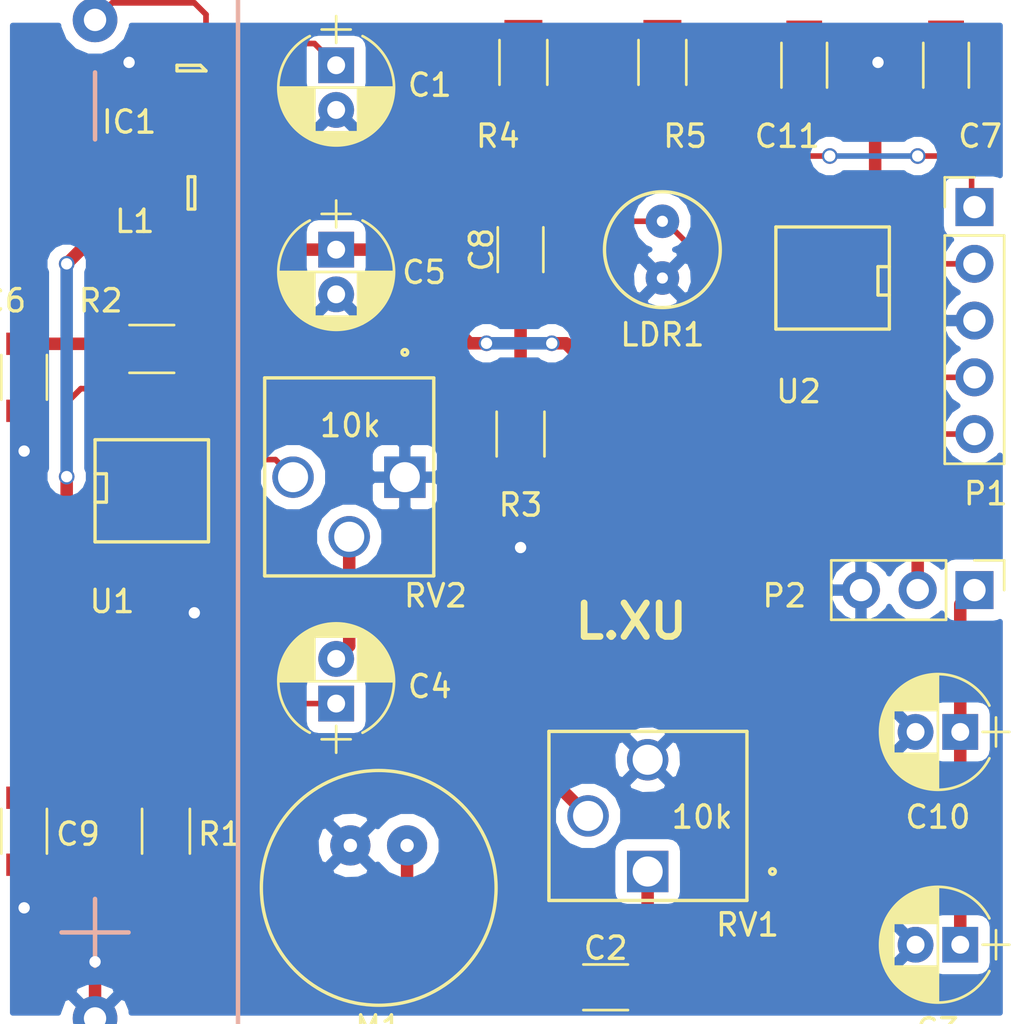
<source format=kicad_pcb>
(kicad_pcb (version 4) (host pcbnew 4.0.4-stable)

  (general
    (links 57)
    (no_connects 0)
    (area 121.364999 93.339999 172.673334 144.150001)
    (thickness 1.6)
    (drawings 5)
    (tracks 217)
    (zones 0)
    (modules 27)
    (nets 20)
  )

  (page A4)
  (layers
    (0 F.Cu signal)
    (31 B.Cu signal hide)
    (32 B.Adhes user hide)
    (33 F.Adhes user hide)
    (34 B.Paste user hide)
    (35 F.Paste user hide)
    (36 B.SilkS user hide)
    (37 F.SilkS user hide)
    (38 B.Mask user)
    (39 F.Mask user)
    (40 Dwgs.User user hide)
    (41 Cmts.User user hide)
    (42 Eco1.User user hide)
    (43 Eco2.User user hide)
    (44 Edge.Cuts user hide)
    (45 Margin user hide)
    (46 B.CrtYd user hide)
    (47 F.CrtYd user hide)
    (48 B.Fab user hide)
    (49 F.Fab user hide)
  )

  (setup
    (last_trace_width 0.5588)
    (trace_clearance 0.2)
    (zone_clearance 0.508)
    (zone_45_only no)
    (trace_min 0.2)
    (segment_width 0.2)
    (edge_width 0.15)
    (via_size 0.7)
    (via_drill 0.508)
    (via_min_size 0.4)
    (via_min_drill 0.3)
    (uvia_size 0.7)
    (uvia_drill 0.508)
    (uvias_allowed no)
    (uvia_min_size 0.2)
    (uvia_min_drill 0.1)
    (pcb_text_width 0.3)
    (pcb_text_size 1.5 1.5)
    (mod_edge_width 0.15)
    (mod_text_size 1 1)
    (mod_text_width 0.15)
    (pad_size 1.524 1.524)
    (pad_drill 0.762)
    (pad_to_mask_clearance 0.2)
    (aux_axis_origin 121.92 143.51)
    (visible_elements 7FFFFFFF)
    (pcbplotparams
      (layerselection 0x010fc_80000001)
      (usegerberextensions true)
      (excludeedgelayer true)
      (linewidth 0.100000)
      (plotframeref false)
      (viasonmask false)
      (mode 1)
      (useauxorigin true)
      (hpglpennumber 1)
      (hpglpenspeed 20)
      (hpglpendiameter 15)
      (hpglpenoverlay 2)
      (psnegative false)
      (psa4output false)
      (plotreference true)
      (plotvalue true)
      (plotinvisibletext false)
      (padsonsilk false)
      (subtractmaskfromsilk false)
      (outputformat 1)
      (mirror false)
      (drillshape 0)
      (scaleselection 1)
      (outputdirectory Gerbers/))
  )

  (net 0 "")
  (net 1 "Net-(BT1-Pad1)")
  (net 2 GND)
  (net 3 "Net-(C2-Pad1)")
  (net 4 "Net-(C2-Pad2)")
  (net 5 +5V)
  (net 6 "Net-(C4-Pad1)")
  (net 7 "Net-(C4-Pad2)")
  (net 8 "Net-(C6-Pad1)")
  (net 9 "Net-(C8-Pad1)")
  (net 10 /ADC1)
  (net 11 "Net-(IC1-Pad5)")
  (net 12 /ADC2)
  (net 13 /MCLR)
  (net 14 /PGD)
  (net 15 /PGC)
  (net 16 /PWM)
  (net 17 "Net-(RV1-Pad2)")
  (net 18 "Net-(RV2-Pad3)")
  (net 19 "Net-(U1-Pad7)")

  (net_class Default "This is the default net class."
    (clearance 0.2)
    (trace_width 0.5588)
    (via_dia 0.7)
    (via_drill 0.508)
    (uvia_dia 0.7)
    (uvia_drill 0.508)
    (add_net +5V)
    (add_net /ADC1)
    (add_net /ADC2)
    (add_net /MCLR)
    (add_net /PGC)
    (add_net /PGD)
    (add_net /PWM)
    (add_net GND)
    (add_net "Net-(BT1-Pad1)")
    (add_net "Net-(C2-Pad1)")
    (add_net "Net-(C2-Pad2)")
    (add_net "Net-(C4-Pad1)")
    (add_net "Net-(C4-Pad2)")
    (add_net "Net-(C6-Pad1)")
    (add_net "Net-(C8-Pad1)")
    (add_net "Net-(IC1-Pad5)")
    (add_net "Net-(RV1-Pad2)")
    (add_net "Net-(RV2-Pad3)")
    (add_net "Net-(U1-Pad7)")
  )

  (module footprint:AAA_HOLDER (layer B.Cu) (tedit 5A8771D3) (tstamp 5A873F40)
    (at 128.27 118.745 270)
    (path /5A7D0FB8)
    (fp_text reference BT1 (at 0.635 2.667 270) (layer B.Fab)
      (effects (font (size 1 1) (thickness 0.15)) (justify mirror))
    )
    (fp_text value AAA (at 0 -7.4 270) (layer B.Fab)
      (effects (font (size 1 1) (thickness 0.15)) (justify mirror))
    )
    (fp_line (start -25 6.5) (end -25 -6.5) (layer B.Fab) (width 0.01))
    (fp_line (start -25 -6.5) (end 25 -6.5) (layer B.Fab) (width 0.01))
    (fp_line (start 25 -6.5) (end 25 6.5) (layer B.Fab) (width 0.01))
    (fp_line (start 25 6.5) (end -25 6.5) (layer B.Fab) (width 0.01))
    (fp_line (start -24.9 6.4) (end 24.9 6.4) (layer B.SilkS) (width 0.2))
    (fp_line (start 24.9 6.4) (end 24.9 -6.4) (layer B.SilkS) (width 0.2))
    (fp_line (start 24.9 -6.4) (end -24.9 -6.4) (layer B.SilkS) (width 0.2))
    (fp_line (start -24.9 -6.4) (end -24.9 6.4) (layer B.SilkS) (width 0.2))
    (fp_line (start 25.2 6.7) (end 25.2 -6.7) (layer B.CrtYd) (width 0.01))
    (fp_line (start 25.2 -6.7) (end -25.2 -6.7) (layer B.CrtYd) (width 0.01))
    (fp_line (start -25.2 -6.7) (end -25.2 6.7) (layer B.CrtYd) (width 0.01))
    (fp_line (start -25.2 6.7) (end 25.2 6.7) (layer B.CrtYd) (width 0.01))
    (fp_line (start -20 0) (end -17 0) (layer B.SilkS) (width 0.2))
    (fp_line (start 20 0) (end 17 0) (layer B.SilkS) (width 0.2))
    (fp_line (start 18.5 1.5) (end 18.5 -1.5) (layer B.SilkS) (width 0.2))
    (pad 1 thru_hole circle (at -22.35 0 270) (size 2 2) (drill 1) (layers *.Cu *.Mask)
      (net 1 "Net-(BT1-Pad1)"))
    (pad 2 thru_hole circle (at 22.35 0 270) (size 2 2) (drill 1) (layers *.Cu *.Mask)
      (net 2 GND))
  )

  (module Capacitors_ThroughHole:CP_Radial_D5.0mm_P2.00mm (layer F.Cu) (tedit 5A876B45) (tstamp 5A873F46)
    (at 139.065 98.425 270)
    (descr "CP, Radial series, Radial, pin pitch=2.00mm, , diameter=5mm, Electrolytic Capacitor")
    (tags "CP Radial series Radial pin pitch 2.00mm  diameter 5mm Electrolytic Capacitor")
    (path /5A806831)
    (fp_text reference C1 (at 0.889 -4.191 360) (layer F.SilkS)
      (effects (font (size 1 1) (thickness 0.15)))
    )
    (fp_text value 10u (at 1 3.81 270) (layer F.Fab)
      (effects (font (size 1 1) (thickness 0.15)))
    )
    (fp_arc (start 1 0) (end -1.30558 -1.18) (angle 125.8) (layer F.SilkS) (width 0.12))
    (fp_arc (start 1 0) (end -1.30558 1.18) (angle -125.8) (layer F.SilkS) (width 0.12))
    (fp_arc (start 1 0) (end 3.30558 -1.18) (angle 54.2) (layer F.SilkS) (width 0.12))
    (fp_circle (center 1 0) (end 3.5 0) (layer F.Fab) (width 0.1))
    (fp_line (start -2.2 0) (end -1 0) (layer F.Fab) (width 0.1))
    (fp_line (start -1.6 -0.65) (end -1.6 0.65) (layer F.Fab) (width 0.1))
    (fp_line (start 1 -2.55) (end 1 2.55) (layer F.SilkS) (width 0.12))
    (fp_line (start 1.04 -2.55) (end 1.04 -0.98) (layer F.SilkS) (width 0.12))
    (fp_line (start 1.04 0.98) (end 1.04 2.55) (layer F.SilkS) (width 0.12))
    (fp_line (start 1.08 -2.549) (end 1.08 -0.98) (layer F.SilkS) (width 0.12))
    (fp_line (start 1.08 0.98) (end 1.08 2.549) (layer F.SilkS) (width 0.12))
    (fp_line (start 1.12 -2.548) (end 1.12 -0.98) (layer F.SilkS) (width 0.12))
    (fp_line (start 1.12 0.98) (end 1.12 2.548) (layer F.SilkS) (width 0.12))
    (fp_line (start 1.16 -2.546) (end 1.16 -0.98) (layer F.SilkS) (width 0.12))
    (fp_line (start 1.16 0.98) (end 1.16 2.546) (layer F.SilkS) (width 0.12))
    (fp_line (start 1.2 -2.543) (end 1.2 -0.98) (layer F.SilkS) (width 0.12))
    (fp_line (start 1.2 0.98) (end 1.2 2.543) (layer F.SilkS) (width 0.12))
    (fp_line (start 1.24 -2.539) (end 1.24 -0.98) (layer F.SilkS) (width 0.12))
    (fp_line (start 1.24 0.98) (end 1.24 2.539) (layer F.SilkS) (width 0.12))
    (fp_line (start 1.28 -2.535) (end 1.28 -0.98) (layer F.SilkS) (width 0.12))
    (fp_line (start 1.28 0.98) (end 1.28 2.535) (layer F.SilkS) (width 0.12))
    (fp_line (start 1.32 -2.531) (end 1.32 -0.98) (layer F.SilkS) (width 0.12))
    (fp_line (start 1.32 0.98) (end 1.32 2.531) (layer F.SilkS) (width 0.12))
    (fp_line (start 1.36 -2.525) (end 1.36 -0.98) (layer F.SilkS) (width 0.12))
    (fp_line (start 1.36 0.98) (end 1.36 2.525) (layer F.SilkS) (width 0.12))
    (fp_line (start 1.4 -2.519) (end 1.4 -0.98) (layer F.SilkS) (width 0.12))
    (fp_line (start 1.4 0.98) (end 1.4 2.519) (layer F.SilkS) (width 0.12))
    (fp_line (start 1.44 -2.513) (end 1.44 -0.98) (layer F.SilkS) (width 0.12))
    (fp_line (start 1.44 0.98) (end 1.44 2.513) (layer F.SilkS) (width 0.12))
    (fp_line (start 1.48 -2.506) (end 1.48 -0.98) (layer F.SilkS) (width 0.12))
    (fp_line (start 1.48 0.98) (end 1.48 2.506) (layer F.SilkS) (width 0.12))
    (fp_line (start 1.52 -2.498) (end 1.52 -0.98) (layer F.SilkS) (width 0.12))
    (fp_line (start 1.52 0.98) (end 1.52 2.498) (layer F.SilkS) (width 0.12))
    (fp_line (start 1.56 -2.489) (end 1.56 -0.98) (layer F.SilkS) (width 0.12))
    (fp_line (start 1.56 0.98) (end 1.56 2.489) (layer F.SilkS) (width 0.12))
    (fp_line (start 1.6 -2.48) (end 1.6 -0.98) (layer F.SilkS) (width 0.12))
    (fp_line (start 1.6 0.98) (end 1.6 2.48) (layer F.SilkS) (width 0.12))
    (fp_line (start 1.64 -2.47) (end 1.64 -0.98) (layer F.SilkS) (width 0.12))
    (fp_line (start 1.64 0.98) (end 1.64 2.47) (layer F.SilkS) (width 0.12))
    (fp_line (start 1.68 -2.46) (end 1.68 -0.98) (layer F.SilkS) (width 0.12))
    (fp_line (start 1.68 0.98) (end 1.68 2.46) (layer F.SilkS) (width 0.12))
    (fp_line (start 1.721 -2.448) (end 1.721 -0.98) (layer F.SilkS) (width 0.12))
    (fp_line (start 1.721 0.98) (end 1.721 2.448) (layer F.SilkS) (width 0.12))
    (fp_line (start 1.761 -2.436) (end 1.761 -0.98) (layer F.SilkS) (width 0.12))
    (fp_line (start 1.761 0.98) (end 1.761 2.436) (layer F.SilkS) (width 0.12))
    (fp_line (start 1.801 -2.424) (end 1.801 -0.98) (layer F.SilkS) (width 0.12))
    (fp_line (start 1.801 0.98) (end 1.801 2.424) (layer F.SilkS) (width 0.12))
    (fp_line (start 1.841 -2.41) (end 1.841 -0.98) (layer F.SilkS) (width 0.12))
    (fp_line (start 1.841 0.98) (end 1.841 2.41) (layer F.SilkS) (width 0.12))
    (fp_line (start 1.881 -2.396) (end 1.881 -0.98) (layer F.SilkS) (width 0.12))
    (fp_line (start 1.881 0.98) (end 1.881 2.396) (layer F.SilkS) (width 0.12))
    (fp_line (start 1.921 -2.382) (end 1.921 -0.98) (layer F.SilkS) (width 0.12))
    (fp_line (start 1.921 0.98) (end 1.921 2.382) (layer F.SilkS) (width 0.12))
    (fp_line (start 1.961 -2.366) (end 1.961 -0.98) (layer F.SilkS) (width 0.12))
    (fp_line (start 1.961 0.98) (end 1.961 2.366) (layer F.SilkS) (width 0.12))
    (fp_line (start 2.001 -2.35) (end 2.001 -0.98) (layer F.SilkS) (width 0.12))
    (fp_line (start 2.001 0.98) (end 2.001 2.35) (layer F.SilkS) (width 0.12))
    (fp_line (start 2.041 -2.333) (end 2.041 -0.98) (layer F.SilkS) (width 0.12))
    (fp_line (start 2.041 0.98) (end 2.041 2.333) (layer F.SilkS) (width 0.12))
    (fp_line (start 2.081 -2.315) (end 2.081 -0.98) (layer F.SilkS) (width 0.12))
    (fp_line (start 2.081 0.98) (end 2.081 2.315) (layer F.SilkS) (width 0.12))
    (fp_line (start 2.121 -2.296) (end 2.121 -0.98) (layer F.SilkS) (width 0.12))
    (fp_line (start 2.121 0.98) (end 2.121 2.296) (layer F.SilkS) (width 0.12))
    (fp_line (start 2.161 -2.276) (end 2.161 -0.98) (layer F.SilkS) (width 0.12))
    (fp_line (start 2.161 0.98) (end 2.161 2.276) (layer F.SilkS) (width 0.12))
    (fp_line (start 2.201 -2.256) (end 2.201 -0.98) (layer F.SilkS) (width 0.12))
    (fp_line (start 2.201 0.98) (end 2.201 2.256) (layer F.SilkS) (width 0.12))
    (fp_line (start 2.241 -2.234) (end 2.241 -0.98) (layer F.SilkS) (width 0.12))
    (fp_line (start 2.241 0.98) (end 2.241 2.234) (layer F.SilkS) (width 0.12))
    (fp_line (start 2.281 -2.212) (end 2.281 -0.98) (layer F.SilkS) (width 0.12))
    (fp_line (start 2.281 0.98) (end 2.281 2.212) (layer F.SilkS) (width 0.12))
    (fp_line (start 2.321 -2.189) (end 2.321 -0.98) (layer F.SilkS) (width 0.12))
    (fp_line (start 2.321 0.98) (end 2.321 2.189) (layer F.SilkS) (width 0.12))
    (fp_line (start 2.361 -2.165) (end 2.361 -0.98) (layer F.SilkS) (width 0.12))
    (fp_line (start 2.361 0.98) (end 2.361 2.165) (layer F.SilkS) (width 0.12))
    (fp_line (start 2.401 -2.14) (end 2.401 -0.98) (layer F.SilkS) (width 0.12))
    (fp_line (start 2.401 0.98) (end 2.401 2.14) (layer F.SilkS) (width 0.12))
    (fp_line (start 2.441 -2.113) (end 2.441 -0.98) (layer F.SilkS) (width 0.12))
    (fp_line (start 2.441 0.98) (end 2.441 2.113) (layer F.SilkS) (width 0.12))
    (fp_line (start 2.481 -2.086) (end 2.481 -0.98) (layer F.SilkS) (width 0.12))
    (fp_line (start 2.481 0.98) (end 2.481 2.086) (layer F.SilkS) (width 0.12))
    (fp_line (start 2.521 -2.058) (end 2.521 -0.98) (layer F.SilkS) (width 0.12))
    (fp_line (start 2.521 0.98) (end 2.521 2.058) (layer F.SilkS) (width 0.12))
    (fp_line (start 2.561 -2.028) (end 2.561 -0.98) (layer F.SilkS) (width 0.12))
    (fp_line (start 2.561 0.98) (end 2.561 2.028) (layer F.SilkS) (width 0.12))
    (fp_line (start 2.601 -1.997) (end 2.601 -0.98) (layer F.SilkS) (width 0.12))
    (fp_line (start 2.601 0.98) (end 2.601 1.997) (layer F.SilkS) (width 0.12))
    (fp_line (start 2.641 -1.965) (end 2.641 -0.98) (layer F.SilkS) (width 0.12))
    (fp_line (start 2.641 0.98) (end 2.641 1.965) (layer F.SilkS) (width 0.12))
    (fp_line (start 2.681 -1.932) (end 2.681 -0.98) (layer F.SilkS) (width 0.12))
    (fp_line (start 2.681 0.98) (end 2.681 1.932) (layer F.SilkS) (width 0.12))
    (fp_line (start 2.721 -1.897) (end 2.721 -0.98) (layer F.SilkS) (width 0.12))
    (fp_line (start 2.721 0.98) (end 2.721 1.897) (layer F.SilkS) (width 0.12))
    (fp_line (start 2.761 -1.861) (end 2.761 -0.98) (layer F.SilkS) (width 0.12))
    (fp_line (start 2.761 0.98) (end 2.761 1.861) (layer F.SilkS) (width 0.12))
    (fp_line (start 2.801 -1.823) (end 2.801 -0.98) (layer F.SilkS) (width 0.12))
    (fp_line (start 2.801 0.98) (end 2.801 1.823) (layer F.SilkS) (width 0.12))
    (fp_line (start 2.841 -1.783) (end 2.841 -0.98) (layer F.SilkS) (width 0.12))
    (fp_line (start 2.841 0.98) (end 2.841 1.783) (layer F.SilkS) (width 0.12))
    (fp_line (start 2.881 -1.742) (end 2.881 -0.98) (layer F.SilkS) (width 0.12))
    (fp_line (start 2.881 0.98) (end 2.881 1.742) (layer F.SilkS) (width 0.12))
    (fp_line (start 2.921 -1.699) (end 2.921 -0.98) (layer F.SilkS) (width 0.12))
    (fp_line (start 2.921 0.98) (end 2.921 1.699) (layer F.SilkS) (width 0.12))
    (fp_line (start 2.961 -1.654) (end 2.961 -0.98) (layer F.SilkS) (width 0.12))
    (fp_line (start 2.961 0.98) (end 2.961 1.654) (layer F.SilkS) (width 0.12))
    (fp_line (start 3.001 -1.606) (end 3.001 1.606) (layer F.SilkS) (width 0.12))
    (fp_line (start 3.041 -1.556) (end 3.041 1.556) (layer F.SilkS) (width 0.12))
    (fp_line (start 3.081 -1.504) (end 3.081 1.504) (layer F.SilkS) (width 0.12))
    (fp_line (start 3.121 -1.448) (end 3.121 1.448) (layer F.SilkS) (width 0.12))
    (fp_line (start 3.161 -1.39) (end 3.161 1.39) (layer F.SilkS) (width 0.12))
    (fp_line (start 3.201 -1.327) (end 3.201 1.327) (layer F.SilkS) (width 0.12))
    (fp_line (start 3.241 -1.261) (end 3.241 1.261) (layer F.SilkS) (width 0.12))
    (fp_line (start 3.281 -1.189) (end 3.281 1.189) (layer F.SilkS) (width 0.12))
    (fp_line (start 3.321 -1.112) (end 3.321 1.112) (layer F.SilkS) (width 0.12))
    (fp_line (start 3.361 -1.028) (end 3.361 1.028) (layer F.SilkS) (width 0.12))
    (fp_line (start 3.401 -0.934) (end 3.401 0.934) (layer F.SilkS) (width 0.12))
    (fp_line (start 3.441 -0.829) (end 3.441 0.829) (layer F.SilkS) (width 0.12))
    (fp_line (start 3.481 -0.707) (end 3.481 0.707) (layer F.SilkS) (width 0.12))
    (fp_line (start 3.521 -0.559) (end 3.521 0.559) (layer F.SilkS) (width 0.12))
    (fp_line (start 3.561 -0.354) (end 3.561 0.354) (layer F.SilkS) (width 0.12))
    (fp_line (start -2.2 0) (end -1 0) (layer F.SilkS) (width 0.12))
    (fp_line (start -1.6 -0.65) (end -1.6 0.65) (layer F.SilkS) (width 0.12))
    (fp_line (start -1.85 -2.85) (end -1.85 2.85) (layer F.CrtYd) (width 0.05))
    (fp_line (start -1.85 2.85) (end 3.85 2.85) (layer F.CrtYd) (width 0.05))
    (fp_line (start 3.85 2.85) (end 3.85 -2.85) (layer F.CrtYd) (width 0.05))
    (fp_line (start 3.85 -2.85) (end -1.85 -2.85) (layer F.CrtYd) (width 0.05))
    (fp_text user %R (at 1 0 270) (layer F.Fab)
      (effects (font (size 1 1) (thickness 0.15)))
    )
    (pad 1 thru_hole rect (at 0 0 270) (size 1.6 1.6) (drill 0.8) (layers *.Cu *.Mask)
      (net 1 "Net-(BT1-Pad1)"))
    (pad 2 thru_hole circle (at 2 0 270) (size 1.6 1.6) (drill 0.8) (layers *.Cu *.Mask)
      (net 2 GND))
    (model ${KISYS3DMOD}/Capacitors_THT.3dshapes/CP_Radial_D5.0mm_P2.00mm.wrl
      (at (xyz 0 0 0))
      (scale (xyz 1 1 1))
      (rotate (xyz 0 0 0))
    )
  )

  (module Capacitors_SMD:C_1206 (layer F.Cu) (tedit 58AA84B8) (tstamp 5A873F4C)
    (at 151.13 139.7)
    (descr "Capacitor SMD 1206, reflow soldering, AVX (see smccp.pdf)")
    (tags "capacitor 1206")
    (path /5A8099F2)
    (attr smd)
    (fp_text reference C2 (at 0 -1.75) (layer F.SilkS)
      (effects (font (size 1 1) (thickness 0.15)))
    )
    (fp_text value 1u (at 0 2) (layer F.Fab)
      (effects (font (size 1 1) (thickness 0.15)))
    )
    (fp_text user %R (at 0 -1.75) (layer F.Fab)
      (effects (font (size 1 1) (thickness 0.15)))
    )
    (fp_line (start -1.6 0.8) (end -1.6 -0.8) (layer F.Fab) (width 0.1))
    (fp_line (start 1.6 0.8) (end -1.6 0.8) (layer F.Fab) (width 0.1))
    (fp_line (start 1.6 -0.8) (end 1.6 0.8) (layer F.Fab) (width 0.1))
    (fp_line (start -1.6 -0.8) (end 1.6 -0.8) (layer F.Fab) (width 0.1))
    (fp_line (start 1 -1.02) (end -1 -1.02) (layer F.SilkS) (width 0.12))
    (fp_line (start -1 1.02) (end 1 1.02) (layer F.SilkS) (width 0.12))
    (fp_line (start -2.25 -1.05) (end 2.25 -1.05) (layer F.CrtYd) (width 0.05))
    (fp_line (start -2.25 -1.05) (end -2.25 1.05) (layer F.CrtYd) (width 0.05))
    (fp_line (start 2.25 1.05) (end 2.25 -1.05) (layer F.CrtYd) (width 0.05))
    (fp_line (start 2.25 1.05) (end -2.25 1.05) (layer F.CrtYd) (width 0.05))
    (pad 1 smd rect (at -1.5 0) (size 1 1.6) (layers F.Cu F.Paste F.Mask)
      (net 3 "Net-(C2-Pad1)"))
    (pad 2 smd rect (at 1.5 0) (size 1 1.6) (layers F.Cu F.Paste F.Mask)
      (net 4 "Net-(C2-Pad2)"))
    (model Capacitors_SMD.3dshapes/C_1206.wrl
      (at (xyz 0 0 0))
      (scale (xyz 1 1 1))
      (rotate (xyz 0 0 0))
    )
  )

  (module Capacitors_ThroughHole:CP_Radial_D5.0mm_P2.00mm (layer F.Cu) (tedit 597BC7C2) (tstamp 5A873F52)
    (at 167.005 137.795 180)
    (descr "CP, Radial series, Radial, pin pitch=2.00mm, , diameter=5mm, Electrolytic Capacitor")
    (tags "CP Radial series Radial pin pitch 2.00mm  diameter 5mm Electrolytic Capacitor")
    (path /5A893689)
    (fp_text reference C3 (at 1 -3.81 180) (layer F.SilkS)
      (effects (font (size 1 1) (thickness 0.15)))
    )
    (fp_text value 10u (at 1 3.81 180) (layer F.Fab)
      (effects (font (size 1 1) (thickness 0.15)))
    )
    (fp_arc (start 1 0) (end -1.30558 -1.18) (angle 125.8) (layer F.SilkS) (width 0.12))
    (fp_arc (start 1 0) (end -1.30558 1.18) (angle -125.8) (layer F.SilkS) (width 0.12))
    (fp_arc (start 1 0) (end 3.30558 -1.18) (angle 54.2) (layer F.SilkS) (width 0.12))
    (fp_circle (center 1 0) (end 3.5 0) (layer F.Fab) (width 0.1))
    (fp_line (start -2.2 0) (end -1 0) (layer F.Fab) (width 0.1))
    (fp_line (start -1.6 -0.65) (end -1.6 0.65) (layer F.Fab) (width 0.1))
    (fp_line (start 1 -2.55) (end 1 2.55) (layer F.SilkS) (width 0.12))
    (fp_line (start 1.04 -2.55) (end 1.04 -0.98) (layer F.SilkS) (width 0.12))
    (fp_line (start 1.04 0.98) (end 1.04 2.55) (layer F.SilkS) (width 0.12))
    (fp_line (start 1.08 -2.549) (end 1.08 -0.98) (layer F.SilkS) (width 0.12))
    (fp_line (start 1.08 0.98) (end 1.08 2.549) (layer F.SilkS) (width 0.12))
    (fp_line (start 1.12 -2.548) (end 1.12 -0.98) (layer F.SilkS) (width 0.12))
    (fp_line (start 1.12 0.98) (end 1.12 2.548) (layer F.SilkS) (width 0.12))
    (fp_line (start 1.16 -2.546) (end 1.16 -0.98) (layer F.SilkS) (width 0.12))
    (fp_line (start 1.16 0.98) (end 1.16 2.546) (layer F.SilkS) (width 0.12))
    (fp_line (start 1.2 -2.543) (end 1.2 -0.98) (layer F.SilkS) (width 0.12))
    (fp_line (start 1.2 0.98) (end 1.2 2.543) (layer F.SilkS) (width 0.12))
    (fp_line (start 1.24 -2.539) (end 1.24 -0.98) (layer F.SilkS) (width 0.12))
    (fp_line (start 1.24 0.98) (end 1.24 2.539) (layer F.SilkS) (width 0.12))
    (fp_line (start 1.28 -2.535) (end 1.28 -0.98) (layer F.SilkS) (width 0.12))
    (fp_line (start 1.28 0.98) (end 1.28 2.535) (layer F.SilkS) (width 0.12))
    (fp_line (start 1.32 -2.531) (end 1.32 -0.98) (layer F.SilkS) (width 0.12))
    (fp_line (start 1.32 0.98) (end 1.32 2.531) (layer F.SilkS) (width 0.12))
    (fp_line (start 1.36 -2.525) (end 1.36 -0.98) (layer F.SilkS) (width 0.12))
    (fp_line (start 1.36 0.98) (end 1.36 2.525) (layer F.SilkS) (width 0.12))
    (fp_line (start 1.4 -2.519) (end 1.4 -0.98) (layer F.SilkS) (width 0.12))
    (fp_line (start 1.4 0.98) (end 1.4 2.519) (layer F.SilkS) (width 0.12))
    (fp_line (start 1.44 -2.513) (end 1.44 -0.98) (layer F.SilkS) (width 0.12))
    (fp_line (start 1.44 0.98) (end 1.44 2.513) (layer F.SilkS) (width 0.12))
    (fp_line (start 1.48 -2.506) (end 1.48 -0.98) (layer F.SilkS) (width 0.12))
    (fp_line (start 1.48 0.98) (end 1.48 2.506) (layer F.SilkS) (width 0.12))
    (fp_line (start 1.52 -2.498) (end 1.52 -0.98) (layer F.SilkS) (width 0.12))
    (fp_line (start 1.52 0.98) (end 1.52 2.498) (layer F.SilkS) (width 0.12))
    (fp_line (start 1.56 -2.489) (end 1.56 -0.98) (layer F.SilkS) (width 0.12))
    (fp_line (start 1.56 0.98) (end 1.56 2.489) (layer F.SilkS) (width 0.12))
    (fp_line (start 1.6 -2.48) (end 1.6 -0.98) (layer F.SilkS) (width 0.12))
    (fp_line (start 1.6 0.98) (end 1.6 2.48) (layer F.SilkS) (width 0.12))
    (fp_line (start 1.64 -2.47) (end 1.64 -0.98) (layer F.SilkS) (width 0.12))
    (fp_line (start 1.64 0.98) (end 1.64 2.47) (layer F.SilkS) (width 0.12))
    (fp_line (start 1.68 -2.46) (end 1.68 -0.98) (layer F.SilkS) (width 0.12))
    (fp_line (start 1.68 0.98) (end 1.68 2.46) (layer F.SilkS) (width 0.12))
    (fp_line (start 1.721 -2.448) (end 1.721 -0.98) (layer F.SilkS) (width 0.12))
    (fp_line (start 1.721 0.98) (end 1.721 2.448) (layer F.SilkS) (width 0.12))
    (fp_line (start 1.761 -2.436) (end 1.761 -0.98) (layer F.SilkS) (width 0.12))
    (fp_line (start 1.761 0.98) (end 1.761 2.436) (layer F.SilkS) (width 0.12))
    (fp_line (start 1.801 -2.424) (end 1.801 -0.98) (layer F.SilkS) (width 0.12))
    (fp_line (start 1.801 0.98) (end 1.801 2.424) (layer F.SilkS) (width 0.12))
    (fp_line (start 1.841 -2.41) (end 1.841 -0.98) (layer F.SilkS) (width 0.12))
    (fp_line (start 1.841 0.98) (end 1.841 2.41) (layer F.SilkS) (width 0.12))
    (fp_line (start 1.881 -2.396) (end 1.881 -0.98) (layer F.SilkS) (width 0.12))
    (fp_line (start 1.881 0.98) (end 1.881 2.396) (layer F.SilkS) (width 0.12))
    (fp_line (start 1.921 -2.382) (end 1.921 -0.98) (layer F.SilkS) (width 0.12))
    (fp_line (start 1.921 0.98) (end 1.921 2.382) (layer F.SilkS) (width 0.12))
    (fp_line (start 1.961 -2.366) (end 1.961 -0.98) (layer F.SilkS) (width 0.12))
    (fp_line (start 1.961 0.98) (end 1.961 2.366) (layer F.SilkS) (width 0.12))
    (fp_line (start 2.001 -2.35) (end 2.001 -0.98) (layer F.SilkS) (width 0.12))
    (fp_line (start 2.001 0.98) (end 2.001 2.35) (layer F.SilkS) (width 0.12))
    (fp_line (start 2.041 -2.333) (end 2.041 -0.98) (layer F.SilkS) (width 0.12))
    (fp_line (start 2.041 0.98) (end 2.041 2.333) (layer F.SilkS) (width 0.12))
    (fp_line (start 2.081 -2.315) (end 2.081 -0.98) (layer F.SilkS) (width 0.12))
    (fp_line (start 2.081 0.98) (end 2.081 2.315) (layer F.SilkS) (width 0.12))
    (fp_line (start 2.121 -2.296) (end 2.121 -0.98) (layer F.SilkS) (width 0.12))
    (fp_line (start 2.121 0.98) (end 2.121 2.296) (layer F.SilkS) (width 0.12))
    (fp_line (start 2.161 -2.276) (end 2.161 -0.98) (layer F.SilkS) (width 0.12))
    (fp_line (start 2.161 0.98) (end 2.161 2.276) (layer F.SilkS) (width 0.12))
    (fp_line (start 2.201 -2.256) (end 2.201 -0.98) (layer F.SilkS) (width 0.12))
    (fp_line (start 2.201 0.98) (end 2.201 2.256) (layer F.SilkS) (width 0.12))
    (fp_line (start 2.241 -2.234) (end 2.241 -0.98) (layer F.SilkS) (width 0.12))
    (fp_line (start 2.241 0.98) (end 2.241 2.234) (layer F.SilkS) (width 0.12))
    (fp_line (start 2.281 -2.212) (end 2.281 -0.98) (layer F.SilkS) (width 0.12))
    (fp_line (start 2.281 0.98) (end 2.281 2.212) (layer F.SilkS) (width 0.12))
    (fp_line (start 2.321 -2.189) (end 2.321 -0.98) (layer F.SilkS) (width 0.12))
    (fp_line (start 2.321 0.98) (end 2.321 2.189) (layer F.SilkS) (width 0.12))
    (fp_line (start 2.361 -2.165) (end 2.361 -0.98) (layer F.SilkS) (width 0.12))
    (fp_line (start 2.361 0.98) (end 2.361 2.165) (layer F.SilkS) (width 0.12))
    (fp_line (start 2.401 -2.14) (end 2.401 -0.98) (layer F.SilkS) (width 0.12))
    (fp_line (start 2.401 0.98) (end 2.401 2.14) (layer F.SilkS) (width 0.12))
    (fp_line (start 2.441 -2.113) (end 2.441 -0.98) (layer F.SilkS) (width 0.12))
    (fp_line (start 2.441 0.98) (end 2.441 2.113) (layer F.SilkS) (width 0.12))
    (fp_line (start 2.481 -2.086) (end 2.481 -0.98) (layer F.SilkS) (width 0.12))
    (fp_line (start 2.481 0.98) (end 2.481 2.086) (layer F.SilkS) (width 0.12))
    (fp_line (start 2.521 -2.058) (end 2.521 -0.98) (layer F.SilkS) (width 0.12))
    (fp_line (start 2.521 0.98) (end 2.521 2.058) (layer F.SilkS) (width 0.12))
    (fp_line (start 2.561 -2.028) (end 2.561 -0.98) (layer F.SilkS) (width 0.12))
    (fp_line (start 2.561 0.98) (end 2.561 2.028) (layer F.SilkS) (width 0.12))
    (fp_line (start 2.601 -1.997) (end 2.601 -0.98) (layer F.SilkS) (width 0.12))
    (fp_line (start 2.601 0.98) (end 2.601 1.997) (layer F.SilkS) (width 0.12))
    (fp_line (start 2.641 -1.965) (end 2.641 -0.98) (layer F.SilkS) (width 0.12))
    (fp_line (start 2.641 0.98) (end 2.641 1.965) (layer F.SilkS) (width 0.12))
    (fp_line (start 2.681 -1.932) (end 2.681 -0.98) (layer F.SilkS) (width 0.12))
    (fp_line (start 2.681 0.98) (end 2.681 1.932) (layer F.SilkS) (width 0.12))
    (fp_line (start 2.721 -1.897) (end 2.721 -0.98) (layer F.SilkS) (width 0.12))
    (fp_line (start 2.721 0.98) (end 2.721 1.897) (layer F.SilkS) (width 0.12))
    (fp_line (start 2.761 -1.861) (end 2.761 -0.98) (layer F.SilkS) (width 0.12))
    (fp_line (start 2.761 0.98) (end 2.761 1.861) (layer F.SilkS) (width 0.12))
    (fp_line (start 2.801 -1.823) (end 2.801 -0.98) (layer F.SilkS) (width 0.12))
    (fp_line (start 2.801 0.98) (end 2.801 1.823) (layer F.SilkS) (width 0.12))
    (fp_line (start 2.841 -1.783) (end 2.841 -0.98) (layer F.SilkS) (width 0.12))
    (fp_line (start 2.841 0.98) (end 2.841 1.783) (layer F.SilkS) (width 0.12))
    (fp_line (start 2.881 -1.742) (end 2.881 -0.98) (layer F.SilkS) (width 0.12))
    (fp_line (start 2.881 0.98) (end 2.881 1.742) (layer F.SilkS) (width 0.12))
    (fp_line (start 2.921 -1.699) (end 2.921 -0.98) (layer F.SilkS) (width 0.12))
    (fp_line (start 2.921 0.98) (end 2.921 1.699) (layer F.SilkS) (width 0.12))
    (fp_line (start 2.961 -1.654) (end 2.961 -0.98) (layer F.SilkS) (width 0.12))
    (fp_line (start 2.961 0.98) (end 2.961 1.654) (layer F.SilkS) (width 0.12))
    (fp_line (start 3.001 -1.606) (end 3.001 1.606) (layer F.SilkS) (width 0.12))
    (fp_line (start 3.041 -1.556) (end 3.041 1.556) (layer F.SilkS) (width 0.12))
    (fp_line (start 3.081 -1.504) (end 3.081 1.504) (layer F.SilkS) (width 0.12))
    (fp_line (start 3.121 -1.448) (end 3.121 1.448) (layer F.SilkS) (width 0.12))
    (fp_line (start 3.161 -1.39) (end 3.161 1.39) (layer F.SilkS) (width 0.12))
    (fp_line (start 3.201 -1.327) (end 3.201 1.327) (layer F.SilkS) (width 0.12))
    (fp_line (start 3.241 -1.261) (end 3.241 1.261) (layer F.SilkS) (width 0.12))
    (fp_line (start 3.281 -1.189) (end 3.281 1.189) (layer F.SilkS) (width 0.12))
    (fp_line (start 3.321 -1.112) (end 3.321 1.112) (layer F.SilkS) (width 0.12))
    (fp_line (start 3.361 -1.028) (end 3.361 1.028) (layer F.SilkS) (width 0.12))
    (fp_line (start 3.401 -0.934) (end 3.401 0.934) (layer F.SilkS) (width 0.12))
    (fp_line (start 3.441 -0.829) (end 3.441 0.829) (layer F.SilkS) (width 0.12))
    (fp_line (start 3.481 -0.707) (end 3.481 0.707) (layer F.SilkS) (width 0.12))
    (fp_line (start 3.521 -0.559) (end 3.521 0.559) (layer F.SilkS) (width 0.12))
    (fp_line (start 3.561 -0.354) (end 3.561 0.354) (layer F.SilkS) (width 0.12))
    (fp_line (start -2.2 0) (end -1 0) (layer F.SilkS) (width 0.12))
    (fp_line (start -1.6 -0.65) (end -1.6 0.65) (layer F.SilkS) (width 0.12))
    (fp_line (start -1.85 -2.85) (end -1.85 2.85) (layer F.CrtYd) (width 0.05))
    (fp_line (start -1.85 2.85) (end 3.85 2.85) (layer F.CrtYd) (width 0.05))
    (fp_line (start 3.85 2.85) (end 3.85 -2.85) (layer F.CrtYd) (width 0.05))
    (fp_line (start 3.85 -2.85) (end -1.85 -2.85) (layer F.CrtYd) (width 0.05))
    (fp_text user %R (at 1 0 180) (layer F.Fab)
      (effects (font (size 1 1) (thickness 0.15)))
    )
    (pad 1 thru_hole rect (at 0 0 180) (size 1.6 1.6) (drill 0.8) (layers *.Cu *.Mask)
      (net 5 +5V))
    (pad 2 thru_hole circle (at 2 0 180) (size 1.6 1.6) (drill 0.8) (layers *.Cu *.Mask)
      (net 2 GND))
    (model ${KISYS3DMOD}/Capacitors_THT.3dshapes/CP_Radial_D5.0mm_P2.00mm.wrl
      (at (xyz 0 0 0))
      (scale (xyz 1 1 1))
      (rotate (xyz 0 0 0))
    )
  )

  (module Capacitors_ThroughHole:CP_Radial_D5.0mm_P2.00mm (layer F.Cu) (tedit 5A876B51) (tstamp 5A873F58)
    (at 139.065 127 90)
    (descr "CP, Radial series, Radial, pin pitch=2.00mm, , diameter=5mm, Electrolytic Capacitor")
    (tags "CP Radial series Radial pin pitch 2.00mm  diameter 5mm Electrolytic Capacitor")
    (path /5A86EEE4)
    (fp_text reference C4 (at 0.762 4.191 180) (layer F.SilkS)
      (effects (font (size 1 1) (thickness 0.15)))
    )
    (fp_text value 10u (at 1 3.81 90) (layer F.Fab)
      (effects (font (size 1 1) (thickness 0.15)))
    )
    (fp_arc (start 1 0) (end -1.30558 -1.18) (angle 125.8) (layer F.SilkS) (width 0.12))
    (fp_arc (start 1 0) (end -1.30558 1.18) (angle -125.8) (layer F.SilkS) (width 0.12))
    (fp_arc (start 1 0) (end 3.30558 -1.18) (angle 54.2) (layer F.SilkS) (width 0.12))
    (fp_circle (center 1 0) (end 3.5 0) (layer F.Fab) (width 0.1))
    (fp_line (start -2.2 0) (end -1 0) (layer F.Fab) (width 0.1))
    (fp_line (start -1.6 -0.65) (end -1.6 0.65) (layer F.Fab) (width 0.1))
    (fp_line (start 1 -2.55) (end 1 2.55) (layer F.SilkS) (width 0.12))
    (fp_line (start 1.04 -2.55) (end 1.04 -0.98) (layer F.SilkS) (width 0.12))
    (fp_line (start 1.04 0.98) (end 1.04 2.55) (layer F.SilkS) (width 0.12))
    (fp_line (start 1.08 -2.549) (end 1.08 -0.98) (layer F.SilkS) (width 0.12))
    (fp_line (start 1.08 0.98) (end 1.08 2.549) (layer F.SilkS) (width 0.12))
    (fp_line (start 1.12 -2.548) (end 1.12 -0.98) (layer F.SilkS) (width 0.12))
    (fp_line (start 1.12 0.98) (end 1.12 2.548) (layer F.SilkS) (width 0.12))
    (fp_line (start 1.16 -2.546) (end 1.16 -0.98) (layer F.SilkS) (width 0.12))
    (fp_line (start 1.16 0.98) (end 1.16 2.546) (layer F.SilkS) (width 0.12))
    (fp_line (start 1.2 -2.543) (end 1.2 -0.98) (layer F.SilkS) (width 0.12))
    (fp_line (start 1.2 0.98) (end 1.2 2.543) (layer F.SilkS) (width 0.12))
    (fp_line (start 1.24 -2.539) (end 1.24 -0.98) (layer F.SilkS) (width 0.12))
    (fp_line (start 1.24 0.98) (end 1.24 2.539) (layer F.SilkS) (width 0.12))
    (fp_line (start 1.28 -2.535) (end 1.28 -0.98) (layer F.SilkS) (width 0.12))
    (fp_line (start 1.28 0.98) (end 1.28 2.535) (layer F.SilkS) (width 0.12))
    (fp_line (start 1.32 -2.531) (end 1.32 -0.98) (layer F.SilkS) (width 0.12))
    (fp_line (start 1.32 0.98) (end 1.32 2.531) (layer F.SilkS) (width 0.12))
    (fp_line (start 1.36 -2.525) (end 1.36 -0.98) (layer F.SilkS) (width 0.12))
    (fp_line (start 1.36 0.98) (end 1.36 2.525) (layer F.SilkS) (width 0.12))
    (fp_line (start 1.4 -2.519) (end 1.4 -0.98) (layer F.SilkS) (width 0.12))
    (fp_line (start 1.4 0.98) (end 1.4 2.519) (layer F.SilkS) (width 0.12))
    (fp_line (start 1.44 -2.513) (end 1.44 -0.98) (layer F.SilkS) (width 0.12))
    (fp_line (start 1.44 0.98) (end 1.44 2.513) (layer F.SilkS) (width 0.12))
    (fp_line (start 1.48 -2.506) (end 1.48 -0.98) (layer F.SilkS) (width 0.12))
    (fp_line (start 1.48 0.98) (end 1.48 2.506) (layer F.SilkS) (width 0.12))
    (fp_line (start 1.52 -2.498) (end 1.52 -0.98) (layer F.SilkS) (width 0.12))
    (fp_line (start 1.52 0.98) (end 1.52 2.498) (layer F.SilkS) (width 0.12))
    (fp_line (start 1.56 -2.489) (end 1.56 -0.98) (layer F.SilkS) (width 0.12))
    (fp_line (start 1.56 0.98) (end 1.56 2.489) (layer F.SilkS) (width 0.12))
    (fp_line (start 1.6 -2.48) (end 1.6 -0.98) (layer F.SilkS) (width 0.12))
    (fp_line (start 1.6 0.98) (end 1.6 2.48) (layer F.SilkS) (width 0.12))
    (fp_line (start 1.64 -2.47) (end 1.64 -0.98) (layer F.SilkS) (width 0.12))
    (fp_line (start 1.64 0.98) (end 1.64 2.47) (layer F.SilkS) (width 0.12))
    (fp_line (start 1.68 -2.46) (end 1.68 -0.98) (layer F.SilkS) (width 0.12))
    (fp_line (start 1.68 0.98) (end 1.68 2.46) (layer F.SilkS) (width 0.12))
    (fp_line (start 1.721 -2.448) (end 1.721 -0.98) (layer F.SilkS) (width 0.12))
    (fp_line (start 1.721 0.98) (end 1.721 2.448) (layer F.SilkS) (width 0.12))
    (fp_line (start 1.761 -2.436) (end 1.761 -0.98) (layer F.SilkS) (width 0.12))
    (fp_line (start 1.761 0.98) (end 1.761 2.436) (layer F.SilkS) (width 0.12))
    (fp_line (start 1.801 -2.424) (end 1.801 -0.98) (layer F.SilkS) (width 0.12))
    (fp_line (start 1.801 0.98) (end 1.801 2.424) (layer F.SilkS) (width 0.12))
    (fp_line (start 1.841 -2.41) (end 1.841 -0.98) (layer F.SilkS) (width 0.12))
    (fp_line (start 1.841 0.98) (end 1.841 2.41) (layer F.SilkS) (width 0.12))
    (fp_line (start 1.881 -2.396) (end 1.881 -0.98) (layer F.SilkS) (width 0.12))
    (fp_line (start 1.881 0.98) (end 1.881 2.396) (layer F.SilkS) (width 0.12))
    (fp_line (start 1.921 -2.382) (end 1.921 -0.98) (layer F.SilkS) (width 0.12))
    (fp_line (start 1.921 0.98) (end 1.921 2.382) (layer F.SilkS) (width 0.12))
    (fp_line (start 1.961 -2.366) (end 1.961 -0.98) (layer F.SilkS) (width 0.12))
    (fp_line (start 1.961 0.98) (end 1.961 2.366) (layer F.SilkS) (width 0.12))
    (fp_line (start 2.001 -2.35) (end 2.001 -0.98) (layer F.SilkS) (width 0.12))
    (fp_line (start 2.001 0.98) (end 2.001 2.35) (layer F.SilkS) (width 0.12))
    (fp_line (start 2.041 -2.333) (end 2.041 -0.98) (layer F.SilkS) (width 0.12))
    (fp_line (start 2.041 0.98) (end 2.041 2.333) (layer F.SilkS) (width 0.12))
    (fp_line (start 2.081 -2.315) (end 2.081 -0.98) (layer F.SilkS) (width 0.12))
    (fp_line (start 2.081 0.98) (end 2.081 2.315) (layer F.SilkS) (width 0.12))
    (fp_line (start 2.121 -2.296) (end 2.121 -0.98) (layer F.SilkS) (width 0.12))
    (fp_line (start 2.121 0.98) (end 2.121 2.296) (layer F.SilkS) (width 0.12))
    (fp_line (start 2.161 -2.276) (end 2.161 -0.98) (layer F.SilkS) (width 0.12))
    (fp_line (start 2.161 0.98) (end 2.161 2.276) (layer F.SilkS) (width 0.12))
    (fp_line (start 2.201 -2.256) (end 2.201 -0.98) (layer F.SilkS) (width 0.12))
    (fp_line (start 2.201 0.98) (end 2.201 2.256) (layer F.SilkS) (width 0.12))
    (fp_line (start 2.241 -2.234) (end 2.241 -0.98) (layer F.SilkS) (width 0.12))
    (fp_line (start 2.241 0.98) (end 2.241 2.234) (layer F.SilkS) (width 0.12))
    (fp_line (start 2.281 -2.212) (end 2.281 -0.98) (layer F.SilkS) (width 0.12))
    (fp_line (start 2.281 0.98) (end 2.281 2.212) (layer F.SilkS) (width 0.12))
    (fp_line (start 2.321 -2.189) (end 2.321 -0.98) (layer F.SilkS) (width 0.12))
    (fp_line (start 2.321 0.98) (end 2.321 2.189) (layer F.SilkS) (width 0.12))
    (fp_line (start 2.361 -2.165) (end 2.361 -0.98) (layer F.SilkS) (width 0.12))
    (fp_line (start 2.361 0.98) (end 2.361 2.165) (layer F.SilkS) (width 0.12))
    (fp_line (start 2.401 -2.14) (end 2.401 -0.98) (layer F.SilkS) (width 0.12))
    (fp_line (start 2.401 0.98) (end 2.401 2.14) (layer F.SilkS) (width 0.12))
    (fp_line (start 2.441 -2.113) (end 2.441 -0.98) (layer F.SilkS) (width 0.12))
    (fp_line (start 2.441 0.98) (end 2.441 2.113) (layer F.SilkS) (width 0.12))
    (fp_line (start 2.481 -2.086) (end 2.481 -0.98) (layer F.SilkS) (width 0.12))
    (fp_line (start 2.481 0.98) (end 2.481 2.086) (layer F.SilkS) (width 0.12))
    (fp_line (start 2.521 -2.058) (end 2.521 -0.98) (layer F.SilkS) (width 0.12))
    (fp_line (start 2.521 0.98) (end 2.521 2.058) (layer F.SilkS) (width 0.12))
    (fp_line (start 2.561 -2.028) (end 2.561 -0.98) (layer F.SilkS) (width 0.12))
    (fp_line (start 2.561 0.98) (end 2.561 2.028) (layer F.SilkS) (width 0.12))
    (fp_line (start 2.601 -1.997) (end 2.601 -0.98) (layer F.SilkS) (width 0.12))
    (fp_line (start 2.601 0.98) (end 2.601 1.997) (layer F.SilkS) (width 0.12))
    (fp_line (start 2.641 -1.965) (end 2.641 -0.98) (layer F.SilkS) (width 0.12))
    (fp_line (start 2.641 0.98) (end 2.641 1.965) (layer F.SilkS) (width 0.12))
    (fp_line (start 2.681 -1.932) (end 2.681 -0.98) (layer F.SilkS) (width 0.12))
    (fp_line (start 2.681 0.98) (end 2.681 1.932) (layer F.SilkS) (width 0.12))
    (fp_line (start 2.721 -1.897) (end 2.721 -0.98) (layer F.SilkS) (width 0.12))
    (fp_line (start 2.721 0.98) (end 2.721 1.897) (layer F.SilkS) (width 0.12))
    (fp_line (start 2.761 -1.861) (end 2.761 -0.98) (layer F.SilkS) (width 0.12))
    (fp_line (start 2.761 0.98) (end 2.761 1.861) (layer F.SilkS) (width 0.12))
    (fp_line (start 2.801 -1.823) (end 2.801 -0.98) (layer F.SilkS) (width 0.12))
    (fp_line (start 2.801 0.98) (end 2.801 1.823) (layer F.SilkS) (width 0.12))
    (fp_line (start 2.841 -1.783) (end 2.841 -0.98) (layer F.SilkS) (width 0.12))
    (fp_line (start 2.841 0.98) (end 2.841 1.783) (layer F.SilkS) (width 0.12))
    (fp_line (start 2.881 -1.742) (end 2.881 -0.98) (layer F.SilkS) (width 0.12))
    (fp_line (start 2.881 0.98) (end 2.881 1.742) (layer F.SilkS) (width 0.12))
    (fp_line (start 2.921 -1.699) (end 2.921 -0.98) (layer F.SilkS) (width 0.12))
    (fp_line (start 2.921 0.98) (end 2.921 1.699) (layer F.SilkS) (width 0.12))
    (fp_line (start 2.961 -1.654) (end 2.961 -0.98) (layer F.SilkS) (width 0.12))
    (fp_line (start 2.961 0.98) (end 2.961 1.654) (layer F.SilkS) (width 0.12))
    (fp_line (start 3.001 -1.606) (end 3.001 1.606) (layer F.SilkS) (width 0.12))
    (fp_line (start 3.041 -1.556) (end 3.041 1.556) (layer F.SilkS) (width 0.12))
    (fp_line (start 3.081 -1.504) (end 3.081 1.504) (layer F.SilkS) (width 0.12))
    (fp_line (start 3.121 -1.448) (end 3.121 1.448) (layer F.SilkS) (width 0.12))
    (fp_line (start 3.161 -1.39) (end 3.161 1.39) (layer F.SilkS) (width 0.12))
    (fp_line (start 3.201 -1.327) (end 3.201 1.327) (layer F.SilkS) (width 0.12))
    (fp_line (start 3.241 -1.261) (end 3.241 1.261) (layer F.SilkS) (width 0.12))
    (fp_line (start 3.281 -1.189) (end 3.281 1.189) (layer F.SilkS) (width 0.12))
    (fp_line (start 3.321 -1.112) (end 3.321 1.112) (layer F.SilkS) (width 0.12))
    (fp_line (start 3.361 -1.028) (end 3.361 1.028) (layer F.SilkS) (width 0.12))
    (fp_line (start 3.401 -0.934) (end 3.401 0.934) (layer F.SilkS) (width 0.12))
    (fp_line (start 3.441 -0.829) (end 3.441 0.829) (layer F.SilkS) (width 0.12))
    (fp_line (start 3.481 -0.707) (end 3.481 0.707) (layer F.SilkS) (width 0.12))
    (fp_line (start 3.521 -0.559) (end 3.521 0.559) (layer F.SilkS) (width 0.12))
    (fp_line (start 3.561 -0.354) (end 3.561 0.354) (layer F.SilkS) (width 0.12))
    (fp_line (start -2.2 0) (end -1 0) (layer F.SilkS) (width 0.12))
    (fp_line (start -1.6 -0.65) (end -1.6 0.65) (layer F.SilkS) (width 0.12))
    (fp_line (start -1.85 -2.85) (end -1.85 2.85) (layer F.CrtYd) (width 0.05))
    (fp_line (start -1.85 2.85) (end 3.85 2.85) (layer F.CrtYd) (width 0.05))
    (fp_line (start 3.85 2.85) (end 3.85 -2.85) (layer F.CrtYd) (width 0.05))
    (fp_line (start 3.85 -2.85) (end -1.85 -2.85) (layer F.CrtYd) (width 0.05))
    (fp_text user %R (at 1 0 90) (layer F.Fab)
      (effects (font (size 1 1) (thickness 0.15)))
    )
    (pad 1 thru_hole rect (at 0 0 90) (size 1.6 1.6) (drill 0.8) (layers *.Cu *.Mask)
      (net 6 "Net-(C4-Pad1)"))
    (pad 2 thru_hole circle (at 2 0 90) (size 1.6 1.6) (drill 0.8) (layers *.Cu *.Mask)
      (net 7 "Net-(C4-Pad2)"))
    (model ${KISYS3DMOD}/Capacitors_THT.3dshapes/CP_Radial_D5.0mm_P2.00mm.wrl
      (at (xyz 0 0 0))
      (scale (xyz 1 1 1))
      (rotate (xyz 0 0 0))
    )
  )

  (module Capacitors_ThroughHole:CP_Radial_D5.0mm_P2.00mm (layer F.Cu) (tedit 5A876B47) (tstamp 5A873F5E)
    (at 139.065 106.68 270)
    (descr "CP, Radial series, Radial, pin pitch=2.00mm, , diameter=5mm, Electrolytic Capacitor")
    (tags "CP Radial series Radial pin pitch 2.00mm  diameter 5mm Electrolytic Capacitor")
    (path /5A892913)
    (fp_text reference C5 (at 1.016 -3.937 360) (layer F.SilkS)
      (effects (font (size 1 1) (thickness 0.15)))
    )
    (fp_text value 10u (at 1 3.81 270) (layer F.Fab)
      (effects (font (size 1 1) (thickness 0.15)))
    )
    (fp_arc (start 1 0) (end -1.30558 -1.18) (angle 125.8) (layer F.SilkS) (width 0.12))
    (fp_arc (start 1 0) (end -1.30558 1.18) (angle -125.8) (layer F.SilkS) (width 0.12))
    (fp_arc (start 1 0) (end 3.30558 -1.18) (angle 54.2) (layer F.SilkS) (width 0.12))
    (fp_circle (center 1 0) (end 3.5 0) (layer F.Fab) (width 0.1))
    (fp_line (start -2.2 0) (end -1 0) (layer F.Fab) (width 0.1))
    (fp_line (start -1.6 -0.65) (end -1.6 0.65) (layer F.Fab) (width 0.1))
    (fp_line (start 1 -2.55) (end 1 2.55) (layer F.SilkS) (width 0.12))
    (fp_line (start 1.04 -2.55) (end 1.04 -0.98) (layer F.SilkS) (width 0.12))
    (fp_line (start 1.04 0.98) (end 1.04 2.55) (layer F.SilkS) (width 0.12))
    (fp_line (start 1.08 -2.549) (end 1.08 -0.98) (layer F.SilkS) (width 0.12))
    (fp_line (start 1.08 0.98) (end 1.08 2.549) (layer F.SilkS) (width 0.12))
    (fp_line (start 1.12 -2.548) (end 1.12 -0.98) (layer F.SilkS) (width 0.12))
    (fp_line (start 1.12 0.98) (end 1.12 2.548) (layer F.SilkS) (width 0.12))
    (fp_line (start 1.16 -2.546) (end 1.16 -0.98) (layer F.SilkS) (width 0.12))
    (fp_line (start 1.16 0.98) (end 1.16 2.546) (layer F.SilkS) (width 0.12))
    (fp_line (start 1.2 -2.543) (end 1.2 -0.98) (layer F.SilkS) (width 0.12))
    (fp_line (start 1.2 0.98) (end 1.2 2.543) (layer F.SilkS) (width 0.12))
    (fp_line (start 1.24 -2.539) (end 1.24 -0.98) (layer F.SilkS) (width 0.12))
    (fp_line (start 1.24 0.98) (end 1.24 2.539) (layer F.SilkS) (width 0.12))
    (fp_line (start 1.28 -2.535) (end 1.28 -0.98) (layer F.SilkS) (width 0.12))
    (fp_line (start 1.28 0.98) (end 1.28 2.535) (layer F.SilkS) (width 0.12))
    (fp_line (start 1.32 -2.531) (end 1.32 -0.98) (layer F.SilkS) (width 0.12))
    (fp_line (start 1.32 0.98) (end 1.32 2.531) (layer F.SilkS) (width 0.12))
    (fp_line (start 1.36 -2.525) (end 1.36 -0.98) (layer F.SilkS) (width 0.12))
    (fp_line (start 1.36 0.98) (end 1.36 2.525) (layer F.SilkS) (width 0.12))
    (fp_line (start 1.4 -2.519) (end 1.4 -0.98) (layer F.SilkS) (width 0.12))
    (fp_line (start 1.4 0.98) (end 1.4 2.519) (layer F.SilkS) (width 0.12))
    (fp_line (start 1.44 -2.513) (end 1.44 -0.98) (layer F.SilkS) (width 0.12))
    (fp_line (start 1.44 0.98) (end 1.44 2.513) (layer F.SilkS) (width 0.12))
    (fp_line (start 1.48 -2.506) (end 1.48 -0.98) (layer F.SilkS) (width 0.12))
    (fp_line (start 1.48 0.98) (end 1.48 2.506) (layer F.SilkS) (width 0.12))
    (fp_line (start 1.52 -2.498) (end 1.52 -0.98) (layer F.SilkS) (width 0.12))
    (fp_line (start 1.52 0.98) (end 1.52 2.498) (layer F.SilkS) (width 0.12))
    (fp_line (start 1.56 -2.489) (end 1.56 -0.98) (layer F.SilkS) (width 0.12))
    (fp_line (start 1.56 0.98) (end 1.56 2.489) (layer F.SilkS) (width 0.12))
    (fp_line (start 1.6 -2.48) (end 1.6 -0.98) (layer F.SilkS) (width 0.12))
    (fp_line (start 1.6 0.98) (end 1.6 2.48) (layer F.SilkS) (width 0.12))
    (fp_line (start 1.64 -2.47) (end 1.64 -0.98) (layer F.SilkS) (width 0.12))
    (fp_line (start 1.64 0.98) (end 1.64 2.47) (layer F.SilkS) (width 0.12))
    (fp_line (start 1.68 -2.46) (end 1.68 -0.98) (layer F.SilkS) (width 0.12))
    (fp_line (start 1.68 0.98) (end 1.68 2.46) (layer F.SilkS) (width 0.12))
    (fp_line (start 1.721 -2.448) (end 1.721 -0.98) (layer F.SilkS) (width 0.12))
    (fp_line (start 1.721 0.98) (end 1.721 2.448) (layer F.SilkS) (width 0.12))
    (fp_line (start 1.761 -2.436) (end 1.761 -0.98) (layer F.SilkS) (width 0.12))
    (fp_line (start 1.761 0.98) (end 1.761 2.436) (layer F.SilkS) (width 0.12))
    (fp_line (start 1.801 -2.424) (end 1.801 -0.98) (layer F.SilkS) (width 0.12))
    (fp_line (start 1.801 0.98) (end 1.801 2.424) (layer F.SilkS) (width 0.12))
    (fp_line (start 1.841 -2.41) (end 1.841 -0.98) (layer F.SilkS) (width 0.12))
    (fp_line (start 1.841 0.98) (end 1.841 2.41) (layer F.SilkS) (width 0.12))
    (fp_line (start 1.881 -2.396) (end 1.881 -0.98) (layer F.SilkS) (width 0.12))
    (fp_line (start 1.881 0.98) (end 1.881 2.396) (layer F.SilkS) (width 0.12))
    (fp_line (start 1.921 -2.382) (end 1.921 -0.98) (layer F.SilkS) (width 0.12))
    (fp_line (start 1.921 0.98) (end 1.921 2.382) (layer F.SilkS) (width 0.12))
    (fp_line (start 1.961 -2.366) (end 1.961 -0.98) (layer F.SilkS) (width 0.12))
    (fp_line (start 1.961 0.98) (end 1.961 2.366) (layer F.SilkS) (width 0.12))
    (fp_line (start 2.001 -2.35) (end 2.001 -0.98) (layer F.SilkS) (width 0.12))
    (fp_line (start 2.001 0.98) (end 2.001 2.35) (layer F.SilkS) (width 0.12))
    (fp_line (start 2.041 -2.333) (end 2.041 -0.98) (layer F.SilkS) (width 0.12))
    (fp_line (start 2.041 0.98) (end 2.041 2.333) (layer F.SilkS) (width 0.12))
    (fp_line (start 2.081 -2.315) (end 2.081 -0.98) (layer F.SilkS) (width 0.12))
    (fp_line (start 2.081 0.98) (end 2.081 2.315) (layer F.SilkS) (width 0.12))
    (fp_line (start 2.121 -2.296) (end 2.121 -0.98) (layer F.SilkS) (width 0.12))
    (fp_line (start 2.121 0.98) (end 2.121 2.296) (layer F.SilkS) (width 0.12))
    (fp_line (start 2.161 -2.276) (end 2.161 -0.98) (layer F.SilkS) (width 0.12))
    (fp_line (start 2.161 0.98) (end 2.161 2.276) (layer F.SilkS) (width 0.12))
    (fp_line (start 2.201 -2.256) (end 2.201 -0.98) (layer F.SilkS) (width 0.12))
    (fp_line (start 2.201 0.98) (end 2.201 2.256) (layer F.SilkS) (width 0.12))
    (fp_line (start 2.241 -2.234) (end 2.241 -0.98) (layer F.SilkS) (width 0.12))
    (fp_line (start 2.241 0.98) (end 2.241 2.234) (layer F.SilkS) (width 0.12))
    (fp_line (start 2.281 -2.212) (end 2.281 -0.98) (layer F.SilkS) (width 0.12))
    (fp_line (start 2.281 0.98) (end 2.281 2.212) (layer F.SilkS) (width 0.12))
    (fp_line (start 2.321 -2.189) (end 2.321 -0.98) (layer F.SilkS) (width 0.12))
    (fp_line (start 2.321 0.98) (end 2.321 2.189) (layer F.SilkS) (width 0.12))
    (fp_line (start 2.361 -2.165) (end 2.361 -0.98) (layer F.SilkS) (width 0.12))
    (fp_line (start 2.361 0.98) (end 2.361 2.165) (layer F.SilkS) (width 0.12))
    (fp_line (start 2.401 -2.14) (end 2.401 -0.98) (layer F.SilkS) (width 0.12))
    (fp_line (start 2.401 0.98) (end 2.401 2.14) (layer F.SilkS) (width 0.12))
    (fp_line (start 2.441 -2.113) (end 2.441 -0.98) (layer F.SilkS) (width 0.12))
    (fp_line (start 2.441 0.98) (end 2.441 2.113) (layer F.SilkS) (width 0.12))
    (fp_line (start 2.481 -2.086) (end 2.481 -0.98) (layer F.SilkS) (width 0.12))
    (fp_line (start 2.481 0.98) (end 2.481 2.086) (layer F.SilkS) (width 0.12))
    (fp_line (start 2.521 -2.058) (end 2.521 -0.98) (layer F.SilkS) (width 0.12))
    (fp_line (start 2.521 0.98) (end 2.521 2.058) (layer F.SilkS) (width 0.12))
    (fp_line (start 2.561 -2.028) (end 2.561 -0.98) (layer F.SilkS) (width 0.12))
    (fp_line (start 2.561 0.98) (end 2.561 2.028) (layer F.SilkS) (width 0.12))
    (fp_line (start 2.601 -1.997) (end 2.601 -0.98) (layer F.SilkS) (width 0.12))
    (fp_line (start 2.601 0.98) (end 2.601 1.997) (layer F.SilkS) (width 0.12))
    (fp_line (start 2.641 -1.965) (end 2.641 -0.98) (layer F.SilkS) (width 0.12))
    (fp_line (start 2.641 0.98) (end 2.641 1.965) (layer F.SilkS) (width 0.12))
    (fp_line (start 2.681 -1.932) (end 2.681 -0.98) (layer F.SilkS) (width 0.12))
    (fp_line (start 2.681 0.98) (end 2.681 1.932) (layer F.SilkS) (width 0.12))
    (fp_line (start 2.721 -1.897) (end 2.721 -0.98) (layer F.SilkS) (width 0.12))
    (fp_line (start 2.721 0.98) (end 2.721 1.897) (layer F.SilkS) (width 0.12))
    (fp_line (start 2.761 -1.861) (end 2.761 -0.98) (layer F.SilkS) (width 0.12))
    (fp_line (start 2.761 0.98) (end 2.761 1.861) (layer F.SilkS) (width 0.12))
    (fp_line (start 2.801 -1.823) (end 2.801 -0.98) (layer F.SilkS) (width 0.12))
    (fp_line (start 2.801 0.98) (end 2.801 1.823) (layer F.SilkS) (width 0.12))
    (fp_line (start 2.841 -1.783) (end 2.841 -0.98) (layer F.SilkS) (width 0.12))
    (fp_line (start 2.841 0.98) (end 2.841 1.783) (layer F.SilkS) (width 0.12))
    (fp_line (start 2.881 -1.742) (end 2.881 -0.98) (layer F.SilkS) (width 0.12))
    (fp_line (start 2.881 0.98) (end 2.881 1.742) (layer F.SilkS) (width 0.12))
    (fp_line (start 2.921 -1.699) (end 2.921 -0.98) (layer F.SilkS) (width 0.12))
    (fp_line (start 2.921 0.98) (end 2.921 1.699) (layer F.SilkS) (width 0.12))
    (fp_line (start 2.961 -1.654) (end 2.961 -0.98) (layer F.SilkS) (width 0.12))
    (fp_line (start 2.961 0.98) (end 2.961 1.654) (layer F.SilkS) (width 0.12))
    (fp_line (start 3.001 -1.606) (end 3.001 1.606) (layer F.SilkS) (width 0.12))
    (fp_line (start 3.041 -1.556) (end 3.041 1.556) (layer F.SilkS) (width 0.12))
    (fp_line (start 3.081 -1.504) (end 3.081 1.504) (layer F.SilkS) (width 0.12))
    (fp_line (start 3.121 -1.448) (end 3.121 1.448) (layer F.SilkS) (width 0.12))
    (fp_line (start 3.161 -1.39) (end 3.161 1.39) (layer F.SilkS) (width 0.12))
    (fp_line (start 3.201 -1.327) (end 3.201 1.327) (layer F.SilkS) (width 0.12))
    (fp_line (start 3.241 -1.261) (end 3.241 1.261) (layer F.SilkS) (width 0.12))
    (fp_line (start 3.281 -1.189) (end 3.281 1.189) (layer F.SilkS) (width 0.12))
    (fp_line (start 3.321 -1.112) (end 3.321 1.112) (layer F.SilkS) (width 0.12))
    (fp_line (start 3.361 -1.028) (end 3.361 1.028) (layer F.SilkS) (width 0.12))
    (fp_line (start 3.401 -0.934) (end 3.401 0.934) (layer F.SilkS) (width 0.12))
    (fp_line (start 3.441 -0.829) (end 3.441 0.829) (layer F.SilkS) (width 0.12))
    (fp_line (start 3.481 -0.707) (end 3.481 0.707) (layer F.SilkS) (width 0.12))
    (fp_line (start 3.521 -0.559) (end 3.521 0.559) (layer F.SilkS) (width 0.12))
    (fp_line (start 3.561 -0.354) (end 3.561 0.354) (layer F.SilkS) (width 0.12))
    (fp_line (start -2.2 0) (end -1 0) (layer F.SilkS) (width 0.12))
    (fp_line (start -1.6 -0.65) (end -1.6 0.65) (layer F.SilkS) (width 0.12))
    (fp_line (start -1.85 -2.85) (end -1.85 2.85) (layer F.CrtYd) (width 0.05))
    (fp_line (start -1.85 2.85) (end 3.85 2.85) (layer F.CrtYd) (width 0.05))
    (fp_line (start 3.85 2.85) (end 3.85 -2.85) (layer F.CrtYd) (width 0.05))
    (fp_line (start 3.85 -2.85) (end -1.85 -2.85) (layer F.CrtYd) (width 0.05))
    (fp_text user %R (at 1 0 270) (layer F.Fab)
      (effects (font (size 1 1) (thickness 0.15)))
    )
    (pad 1 thru_hole rect (at 0 0 270) (size 1.6 1.6) (drill 0.8) (layers *.Cu *.Mask)
      (net 5 +5V))
    (pad 2 thru_hole circle (at 2 0 270) (size 1.6 1.6) (drill 0.8) (layers *.Cu *.Mask)
      (net 2 GND))
    (model ${KISYS3DMOD}/Capacitors_THT.3dshapes/CP_Radial_D5.0mm_P2.00mm.wrl
      (at (xyz 0 0 0))
      (scale (xyz 1 1 1))
      (rotate (xyz 0 0 0))
    )
  )

  (module Capacitors_SMD:C_1206 (layer F.Cu) (tedit 5A876C8B) (tstamp 5A873F64)
    (at 125.095 112.395 270)
    (descr "Capacitor SMD 1206, reflow soldering, AVX (see smccp.pdf)")
    (tags "capacitor 1206")
    (path /5A894916)
    (attr smd)
    (fp_text reference C6 (at -3.429 0.889 360) (layer F.SilkS)
      (effects (font (size 1 1) (thickness 0.15)))
    )
    (fp_text value 100n (at 0 2 270) (layer F.Fab)
      (effects (font (size 1 1) (thickness 0.15)))
    )
    (fp_text user %R (at 0 -1.75 270) (layer F.Fab)
      (effects (font (size 1 1) (thickness 0.15)))
    )
    (fp_line (start -1.6 0.8) (end -1.6 -0.8) (layer F.Fab) (width 0.1))
    (fp_line (start 1.6 0.8) (end -1.6 0.8) (layer F.Fab) (width 0.1))
    (fp_line (start 1.6 -0.8) (end 1.6 0.8) (layer F.Fab) (width 0.1))
    (fp_line (start -1.6 -0.8) (end 1.6 -0.8) (layer F.Fab) (width 0.1))
    (fp_line (start 1 -1.02) (end -1 -1.02) (layer F.SilkS) (width 0.12))
    (fp_line (start -1 1.02) (end 1 1.02) (layer F.SilkS) (width 0.12))
    (fp_line (start -2.25 -1.05) (end 2.25 -1.05) (layer F.CrtYd) (width 0.05))
    (fp_line (start -2.25 -1.05) (end -2.25 1.05) (layer F.CrtYd) (width 0.05))
    (fp_line (start 2.25 1.05) (end 2.25 -1.05) (layer F.CrtYd) (width 0.05))
    (fp_line (start 2.25 1.05) (end -2.25 1.05) (layer F.CrtYd) (width 0.05))
    (pad 1 smd rect (at -1.5 0 270) (size 1 1.6) (layers F.Cu F.Paste F.Mask)
      (net 8 "Net-(C6-Pad1)"))
    (pad 2 smd rect (at 1.5 0 270) (size 1 1.6) (layers F.Cu F.Paste F.Mask)
      (net 2 GND))
    (model Capacitors_SMD.3dshapes/C_1206.wrl
      (at (xyz 0 0 0))
      (scale (xyz 1 1 1))
      (rotate (xyz 0 0 0))
    )
  )

  (module Capacitors_SMD:C_1206 (layer F.Cu) (tedit 5A876BC2) (tstamp 5A873F6A)
    (at 166.37 98.425 90)
    (descr "Capacitor SMD 1206, reflow soldering, AVX (see smccp.pdf)")
    (tags "capacitor 1206")
    (path /5A808294)
    (attr smd)
    (fp_text reference C7 (at -3.175 1.524 180) (layer F.SilkS)
      (effects (font (size 1 1) (thickness 0.15)))
    )
    (fp_text value 100n (at 0 2 90) (layer F.Fab)
      (effects (font (size 1 1) (thickness 0.15)))
    )
    (fp_text user %R (at 0 -1.75 90) (layer F.Fab)
      (effects (font (size 1 1) (thickness 0.15)))
    )
    (fp_line (start -1.6 0.8) (end -1.6 -0.8) (layer F.Fab) (width 0.1))
    (fp_line (start 1.6 0.8) (end -1.6 0.8) (layer F.Fab) (width 0.1))
    (fp_line (start 1.6 -0.8) (end 1.6 0.8) (layer F.Fab) (width 0.1))
    (fp_line (start -1.6 -0.8) (end 1.6 -0.8) (layer F.Fab) (width 0.1))
    (fp_line (start 1 -1.02) (end -1 -1.02) (layer F.SilkS) (width 0.12))
    (fp_line (start -1 1.02) (end 1 1.02) (layer F.SilkS) (width 0.12))
    (fp_line (start -2.25 -1.05) (end 2.25 -1.05) (layer F.CrtYd) (width 0.05))
    (fp_line (start -2.25 -1.05) (end -2.25 1.05) (layer F.CrtYd) (width 0.05))
    (fp_line (start 2.25 1.05) (end 2.25 -1.05) (layer F.CrtYd) (width 0.05))
    (fp_line (start 2.25 1.05) (end -2.25 1.05) (layer F.CrtYd) (width 0.05))
    (pad 1 smd rect (at -1.5 0 90) (size 1 1.6) (layers F.Cu F.Paste F.Mask)
      (net 5 +5V))
    (pad 2 smd rect (at 1.5 0 90) (size 1 1.6) (layers F.Cu F.Paste F.Mask)
      (net 2 GND))
    (model Capacitors_SMD.3dshapes/C_1206.wrl
      (at (xyz 0 0 0))
      (scale (xyz 1 1 1))
      (rotate (xyz 0 0 0))
    )
  )

  (module Capacitors_SMD:C_1206 (layer F.Cu) (tedit 58AA84B8) (tstamp 5A873F70)
    (at 147.32 106.68 90)
    (descr "Capacitor SMD 1206, reflow soldering, AVX (see smccp.pdf)")
    (tags "capacitor 1206")
    (path /5A894527)
    (attr smd)
    (fp_text reference C8 (at 0 -1.75 90) (layer F.SilkS)
      (effects (font (size 1 1) (thickness 0.15)))
    )
    (fp_text value 10n (at 0 2 90) (layer F.Fab)
      (effects (font (size 1 1) (thickness 0.15)))
    )
    (fp_text user %R (at 0 -1.75 90) (layer F.Fab)
      (effects (font (size 1 1) (thickness 0.15)))
    )
    (fp_line (start -1.6 0.8) (end -1.6 -0.8) (layer F.Fab) (width 0.1))
    (fp_line (start 1.6 0.8) (end -1.6 0.8) (layer F.Fab) (width 0.1))
    (fp_line (start 1.6 -0.8) (end 1.6 0.8) (layer F.Fab) (width 0.1))
    (fp_line (start -1.6 -0.8) (end 1.6 -0.8) (layer F.Fab) (width 0.1))
    (fp_line (start 1 -1.02) (end -1 -1.02) (layer F.SilkS) (width 0.12))
    (fp_line (start -1 1.02) (end 1 1.02) (layer F.SilkS) (width 0.12))
    (fp_line (start -2.25 -1.05) (end 2.25 -1.05) (layer F.CrtYd) (width 0.05))
    (fp_line (start -2.25 -1.05) (end -2.25 1.05) (layer F.CrtYd) (width 0.05))
    (fp_line (start 2.25 1.05) (end 2.25 -1.05) (layer F.CrtYd) (width 0.05))
    (fp_line (start 2.25 1.05) (end -2.25 1.05) (layer F.CrtYd) (width 0.05))
    (pad 1 smd rect (at -1.5 0 90) (size 1 1.6) (layers F.Cu F.Paste F.Mask)
      (net 9 "Net-(C8-Pad1)"))
    (pad 2 smd rect (at 1.5 0 90) (size 1 1.6) (layers F.Cu F.Paste F.Mask)
      (net 10 /ADC1))
    (model Capacitors_SMD.3dshapes/C_1206.wrl
      (at (xyz 0 0 0))
      (scale (xyz 1 1 1))
      (rotate (xyz 0 0 0))
    )
  )

  (module Capacitors_SMD:C_1206 (layer F.Cu) (tedit 5A876C22) (tstamp 5A873F76)
    (at 125.095 132.715 270)
    (descr "Capacitor SMD 1206, reflow soldering, AVX (see smccp.pdf)")
    (tags "capacitor 1206")
    (path /5A892A0A)
    (attr smd)
    (fp_text reference C9 (at 0.127 -2.413 360) (layer F.SilkS)
      (effects (font (size 1 1) (thickness 0.15)))
    )
    (fp_text value 100n (at 0 2 270) (layer F.Fab)
      (effects (font (size 1 1) (thickness 0.15)))
    )
    (fp_text user %R (at 0 -1.75 270) (layer F.Fab)
      (effects (font (size 1 1) (thickness 0.15)))
    )
    (fp_line (start -1.6 0.8) (end -1.6 -0.8) (layer F.Fab) (width 0.1))
    (fp_line (start 1.6 0.8) (end -1.6 0.8) (layer F.Fab) (width 0.1))
    (fp_line (start 1.6 -0.8) (end 1.6 0.8) (layer F.Fab) (width 0.1))
    (fp_line (start -1.6 -0.8) (end 1.6 -0.8) (layer F.Fab) (width 0.1))
    (fp_line (start 1 -1.02) (end -1 -1.02) (layer F.SilkS) (width 0.12))
    (fp_line (start -1 1.02) (end 1 1.02) (layer F.SilkS) (width 0.12))
    (fp_line (start -2.25 -1.05) (end 2.25 -1.05) (layer F.CrtYd) (width 0.05))
    (fp_line (start -2.25 -1.05) (end -2.25 1.05) (layer F.CrtYd) (width 0.05))
    (fp_line (start 2.25 1.05) (end 2.25 -1.05) (layer F.CrtYd) (width 0.05))
    (fp_line (start 2.25 1.05) (end -2.25 1.05) (layer F.CrtYd) (width 0.05))
    (pad 1 smd rect (at -1.5 0 270) (size 1 1.6) (layers F.Cu F.Paste F.Mask)
      (net 5 +5V))
    (pad 2 smd rect (at 1.5 0 270) (size 1 1.6) (layers F.Cu F.Paste F.Mask)
      (net 2 GND))
    (model Capacitors_SMD.3dshapes/C_1206.wrl
      (at (xyz 0 0 0))
      (scale (xyz 1 1 1))
      (rotate (xyz 0 0 0))
    )
  )

  (module Capacitors_ThroughHole:CP_Radial_D5.0mm_P2.00mm (layer F.Cu) (tedit 597BC7C2) (tstamp 5A873F7C)
    (at 167.005 128.27 180)
    (descr "CP, Radial series, Radial, pin pitch=2.00mm, , diameter=5mm, Electrolytic Capacitor")
    (tags "CP Radial series Radial pin pitch 2.00mm  diameter 5mm Electrolytic Capacitor")
    (path /5A82C05D)
    (fp_text reference C10 (at 1 -3.81 180) (layer F.SilkS)
      (effects (font (size 1 1) (thickness 0.15)))
    )
    (fp_text value 10u (at 1 3.81 180) (layer F.Fab)
      (effects (font (size 1 1) (thickness 0.15)))
    )
    (fp_arc (start 1 0) (end -1.30558 -1.18) (angle 125.8) (layer F.SilkS) (width 0.12))
    (fp_arc (start 1 0) (end -1.30558 1.18) (angle -125.8) (layer F.SilkS) (width 0.12))
    (fp_arc (start 1 0) (end 3.30558 -1.18) (angle 54.2) (layer F.SilkS) (width 0.12))
    (fp_circle (center 1 0) (end 3.5 0) (layer F.Fab) (width 0.1))
    (fp_line (start -2.2 0) (end -1 0) (layer F.Fab) (width 0.1))
    (fp_line (start -1.6 -0.65) (end -1.6 0.65) (layer F.Fab) (width 0.1))
    (fp_line (start 1 -2.55) (end 1 2.55) (layer F.SilkS) (width 0.12))
    (fp_line (start 1.04 -2.55) (end 1.04 -0.98) (layer F.SilkS) (width 0.12))
    (fp_line (start 1.04 0.98) (end 1.04 2.55) (layer F.SilkS) (width 0.12))
    (fp_line (start 1.08 -2.549) (end 1.08 -0.98) (layer F.SilkS) (width 0.12))
    (fp_line (start 1.08 0.98) (end 1.08 2.549) (layer F.SilkS) (width 0.12))
    (fp_line (start 1.12 -2.548) (end 1.12 -0.98) (layer F.SilkS) (width 0.12))
    (fp_line (start 1.12 0.98) (end 1.12 2.548) (layer F.SilkS) (width 0.12))
    (fp_line (start 1.16 -2.546) (end 1.16 -0.98) (layer F.SilkS) (width 0.12))
    (fp_line (start 1.16 0.98) (end 1.16 2.546) (layer F.SilkS) (width 0.12))
    (fp_line (start 1.2 -2.543) (end 1.2 -0.98) (layer F.SilkS) (width 0.12))
    (fp_line (start 1.2 0.98) (end 1.2 2.543) (layer F.SilkS) (width 0.12))
    (fp_line (start 1.24 -2.539) (end 1.24 -0.98) (layer F.SilkS) (width 0.12))
    (fp_line (start 1.24 0.98) (end 1.24 2.539) (layer F.SilkS) (width 0.12))
    (fp_line (start 1.28 -2.535) (end 1.28 -0.98) (layer F.SilkS) (width 0.12))
    (fp_line (start 1.28 0.98) (end 1.28 2.535) (layer F.SilkS) (width 0.12))
    (fp_line (start 1.32 -2.531) (end 1.32 -0.98) (layer F.SilkS) (width 0.12))
    (fp_line (start 1.32 0.98) (end 1.32 2.531) (layer F.SilkS) (width 0.12))
    (fp_line (start 1.36 -2.525) (end 1.36 -0.98) (layer F.SilkS) (width 0.12))
    (fp_line (start 1.36 0.98) (end 1.36 2.525) (layer F.SilkS) (width 0.12))
    (fp_line (start 1.4 -2.519) (end 1.4 -0.98) (layer F.SilkS) (width 0.12))
    (fp_line (start 1.4 0.98) (end 1.4 2.519) (layer F.SilkS) (width 0.12))
    (fp_line (start 1.44 -2.513) (end 1.44 -0.98) (layer F.SilkS) (width 0.12))
    (fp_line (start 1.44 0.98) (end 1.44 2.513) (layer F.SilkS) (width 0.12))
    (fp_line (start 1.48 -2.506) (end 1.48 -0.98) (layer F.SilkS) (width 0.12))
    (fp_line (start 1.48 0.98) (end 1.48 2.506) (layer F.SilkS) (width 0.12))
    (fp_line (start 1.52 -2.498) (end 1.52 -0.98) (layer F.SilkS) (width 0.12))
    (fp_line (start 1.52 0.98) (end 1.52 2.498) (layer F.SilkS) (width 0.12))
    (fp_line (start 1.56 -2.489) (end 1.56 -0.98) (layer F.SilkS) (width 0.12))
    (fp_line (start 1.56 0.98) (end 1.56 2.489) (layer F.SilkS) (width 0.12))
    (fp_line (start 1.6 -2.48) (end 1.6 -0.98) (layer F.SilkS) (width 0.12))
    (fp_line (start 1.6 0.98) (end 1.6 2.48) (layer F.SilkS) (width 0.12))
    (fp_line (start 1.64 -2.47) (end 1.64 -0.98) (layer F.SilkS) (width 0.12))
    (fp_line (start 1.64 0.98) (end 1.64 2.47) (layer F.SilkS) (width 0.12))
    (fp_line (start 1.68 -2.46) (end 1.68 -0.98) (layer F.SilkS) (width 0.12))
    (fp_line (start 1.68 0.98) (end 1.68 2.46) (layer F.SilkS) (width 0.12))
    (fp_line (start 1.721 -2.448) (end 1.721 -0.98) (layer F.SilkS) (width 0.12))
    (fp_line (start 1.721 0.98) (end 1.721 2.448) (layer F.SilkS) (width 0.12))
    (fp_line (start 1.761 -2.436) (end 1.761 -0.98) (layer F.SilkS) (width 0.12))
    (fp_line (start 1.761 0.98) (end 1.761 2.436) (layer F.SilkS) (width 0.12))
    (fp_line (start 1.801 -2.424) (end 1.801 -0.98) (layer F.SilkS) (width 0.12))
    (fp_line (start 1.801 0.98) (end 1.801 2.424) (layer F.SilkS) (width 0.12))
    (fp_line (start 1.841 -2.41) (end 1.841 -0.98) (layer F.SilkS) (width 0.12))
    (fp_line (start 1.841 0.98) (end 1.841 2.41) (layer F.SilkS) (width 0.12))
    (fp_line (start 1.881 -2.396) (end 1.881 -0.98) (layer F.SilkS) (width 0.12))
    (fp_line (start 1.881 0.98) (end 1.881 2.396) (layer F.SilkS) (width 0.12))
    (fp_line (start 1.921 -2.382) (end 1.921 -0.98) (layer F.SilkS) (width 0.12))
    (fp_line (start 1.921 0.98) (end 1.921 2.382) (layer F.SilkS) (width 0.12))
    (fp_line (start 1.961 -2.366) (end 1.961 -0.98) (layer F.SilkS) (width 0.12))
    (fp_line (start 1.961 0.98) (end 1.961 2.366) (layer F.SilkS) (width 0.12))
    (fp_line (start 2.001 -2.35) (end 2.001 -0.98) (layer F.SilkS) (width 0.12))
    (fp_line (start 2.001 0.98) (end 2.001 2.35) (layer F.SilkS) (width 0.12))
    (fp_line (start 2.041 -2.333) (end 2.041 -0.98) (layer F.SilkS) (width 0.12))
    (fp_line (start 2.041 0.98) (end 2.041 2.333) (layer F.SilkS) (width 0.12))
    (fp_line (start 2.081 -2.315) (end 2.081 -0.98) (layer F.SilkS) (width 0.12))
    (fp_line (start 2.081 0.98) (end 2.081 2.315) (layer F.SilkS) (width 0.12))
    (fp_line (start 2.121 -2.296) (end 2.121 -0.98) (layer F.SilkS) (width 0.12))
    (fp_line (start 2.121 0.98) (end 2.121 2.296) (layer F.SilkS) (width 0.12))
    (fp_line (start 2.161 -2.276) (end 2.161 -0.98) (layer F.SilkS) (width 0.12))
    (fp_line (start 2.161 0.98) (end 2.161 2.276) (layer F.SilkS) (width 0.12))
    (fp_line (start 2.201 -2.256) (end 2.201 -0.98) (layer F.SilkS) (width 0.12))
    (fp_line (start 2.201 0.98) (end 2.201 2.256) (layer F.SilkS) (width 0.12))
    (fp_line (start 2.241 -2.234) (end 2.241 -0.98) (layer F.SilkS) (width 0.12))
    (fp_line (start 2.241 0.98) (end 2.241 2.234) (layer F.SilkS) (width 0.12))
    (fp_line (start 2.281 -2.212) (end 2.281 -0.98) (layer F.SilkS) (width 0.12))
    (fp_line (start 2.281 0.98) (end 2.281 2.212) (layer F.SilkS) (width 0.12))
    (fp_line (start 2.321 -2.189) (end 2.321 -0.98) (layer F.SilkS) (width 0.12))
    (fp_line (start 2.321 0.98) (end 2.321 2.189) (layer F.SilkS) (width 0.12))
    (fp_line (start 2.361 -2.165) (end 2.361 -0.98) (layer F.SilkS) (width 0.12))
    (fp_line (start 2.361 0.98) (end 2.361 2.165) (layer F.SilkS) (width 0.12))
    (fp_line (start 2.401 -2.14) (end 2.401 -0.98) (layer F.SilkS) (width 0.12))
    (fp_line (start 2.401 0.98) (end 2.401 2.14) (layer F.SilkS) (width 0.12))
    (fp_line (start 2.441 -2.113) (end 2.441 -0.98) (layer F.SilkS) (width 0.12))
    (fp_line (start 2.441 0.98) (end 2.441 2.113) (layer F.SilkS) (width 0.12))
    (fp_line (start 2.481 -2.086) (end 2.481 -0.98) (layer F.SilkS) (width 0.12))
    (fp_line (start 2.481 0.98) (end 2.481 2.086) (layer F.SilkS) (width 0.12))
    (fp_line (start 2.521 -2.058) (end 2.521 -0.98) (layer F.SilkS) (width 0.12))
    (fp_line (start 2.521 0.98) (end 2.521 2.058) (layer F.SilkS) (width 0.12))
    (fp_line (start 2.561 -2.028) (end 2.561 -0.98) (layer F.SilkS) (width 0.12))
    (fp_line (start 2.561 0.98) (end 2.561 2.028) (layer F.SilkS) (width 0.12))
    (fp_line (start 2.601 -1.997) (end 2.601 -0.98) (layer F.SilkS) (width 0.12))
    (fp_line (start 2.601 0.98) (end 2.601 1.997) (layer F.SilkS) (width 0.12))
    (fp_line (start 2.641 -1.965) (end 2.641 -0.98) (layer F.SilkS) (width 0.12))
    (fp_line (start 2.641 0.98) (end 2.641 1.965) (layer F.SilkS) (width 0.12))
    (fp_line (start 2.681 -1.932) (end 2.681 -0.98) (layer F.SilkS) (width 0.12))
    (fp_line (start 2.681 0.98) (end 2.681 1.932) (layer F.SilkS) (width 0.12))
    (fp_line (start 2.721 -1.897) (end 2.721 -0.98) (layer F.SilkS) (width 0.12))
    (fp_line (start 2.721 0.98) (end 2.721 1.897) (layer F.SilkS) (width 0.12))
    (fp_line (start 2.761 -1.861) (end 2.761 -0.98) (layer F.SilkS) (width 0.12))
    (fp_line (start 2.761 0.98) (end 2.761 1.861) (layer F.SilkS) (width 0.12))
    (fp_line (start 2.801 -1.823) (end 2.801 -0.98) (layer F.SilkS) (width 0.12))
    (fp_line (start 2.801 0.98) (end 2.801 1.823) (layer F.SilkS) (width 0.12))
    (fp_line (start 2.841 -1.783) (end 2.841 -0.98) (layer F.SilkS) (width 0.12))
    (fp_line (start 2.841 0.98) (end 2.841 1.783) (layer F.SilkS) (width 0.12))
    (fp_line (start 2.881 -1.742) (end 2.881 -0.98) (layer F.SilkS) (width 0.12))
    (fp_line (start 2.881 0.98) (end 2.881 1.742) (layer F.SilkS) (width 0.12))
    (fp_line (start 2.921 -1.699) (end 2.921 -0.98) (layer F.SilkS) (width 0.12))
    (fp_line (start 2.921 0.98) (end 2.921 1.699) (layer F.SilkS) (width 0.12))
    (fp_line (start 2.961 -1.654) (end 2.961 -0.98) (layer F.SilkS) (width 0.12))
    (fp_line (start 2.961 0.98) (end 2.961 1.654) (layer F.SilkS) (width 0.12))
    (fp_line (start 3.001 -1.606) (end 3.001 1.606) (layer F.SilkS) (width 0.12))
    (fp_line (start 3.041 -1.556) (end 3.041 1.556) (layer F.SilkS) (width 0.12))
    (fp_line (start 3.081 -1.504) (end 3.081 1.504) (layer F.SilkS) (width 0.12))
    (fp_line (start 3.121 -1.448) (end 3.121 1.448) (layer F.SilkS) (width 0.12))
    (fp_line (start 3.161 -1.39) (end 3.161 1.39) (layer F.SilkS) (width 0.12))
    (fp_line (start 3.201 -1.327) (end 3.201 1.327) (layer F.SilkS) (width 0.12))
    (fp_line (start 3.241 -1.261) (end 3.241 1.261) (layer F.SilkS) (width 0.12))
    (fp_line (start 3.281 -1.189) (end 3.281 1.189) (layer F.SilkS) (width 0.12))
    (fp_line (start 3.321 -1.112) (end 3.321 1.112) (layer F.SilkS) (width 0.12))
    (fp_line (start 3.361 -1.028) (end 3.361 1.028) (layer F.SilkS) (width 0.12))
    (fp_line (start 3.401 -0.934) (end 3.401 0.934) (layer F.SilkS) (width 0.12))
    (fp_line (start 3.441 -0.829) (end 3.441 0.829) (layer F.SilkS) (width 0.12))
    (fp_line (start 3.481 -0.707) (end 3.481 0.707) (layer F.SilkS) (width 0.12))
    (fp_line (start 3.521 -0.559) (end 3.521 0.559) (layer F.SilkS) (width 0.12))
    (fp_line (start 3.561 -0.354) (end 3.561 0.354) (layer F.SilkS) (width 0.12))
    (fp_line (start -2.2 0) (end -1 0) (layer F.SilkS) (width 0.12))
    (fp_line (start -1.6 -0.65) (end -1.6 0.65) (layer F.SilkS) (width 0.12))
    (fp_line (start -1.85 -2.85) (end -1.85 2.85) (layer F.CrtYd) (width 0.05))
    (fp_line (start -1.85 2.85) (end 3.85 2.85) (layer F.CrtYd) (width 0.05))
    (fp_line (start 3.85 2.85) (end 3.85 -2.85) (layer F.CrtYd) (width 0.05))
    (fp_line (start 3.85 -2.85) (end -1.85 -2.85) (layer F.CrtYd) (width 0.05))
    (fp_text user %R (at 1 0 180) (layer F.Fab)
      (effects (font (size 1 1) (thickness 0.15)))
    )
    (pad 1 thru_hole rect (at 0 0 180) (size 1.6 1.6) (drill 0.8) (layers *.Cu *.Mask)
      (net 5 +5V))
    (pad 2 thru_hole circle (at 2 0 180) (size 1.6 1.6) (drill 0.8) (layers *.Cu *.Mask)
      (net 2 GND))
    (model ${KISYS3DMOD}/Capacitors_THT.3dshapes/CP_Radial_D5.0mm_P2.00mm.wrl
      (at (xyz 0 0 0))
      (scale (xyz 1 1 1))
      (rotate (xyz 0 0 0))
    )
  )

  (module Capacitors_SMD:C_1206 (layer F.Cu) (tedit 5A876BB3) (tstamp 5A873F82)
    (at 160.02 98.425 90)
    (descr "Capacitor SMD 1206, reflow soldering, AVX (see smccp.pdf)")
    (tags "capacitor 1206")
    (path /5A821CDA)
    (attr smd)
    (fp_text reference C11 (at -3.175 -0.762 180) (layer F.SilkS)
      (effects (font (size 1 1) (thickness 0.15)))
    )
    (fp_text value 10n (at 0 2 90) (layer F.Fab)
      (effects (font (size 1 1) (thickness 0.15)))
    )
    (fp_text user %R (at 0 -1.75 90) (layer F.Fab)
      (effects (font (size 1 1) (thickness 0.15)))
    )
    (fp_line (start -1.6 0.8) (end -1.6 -0.8) (layer F.Fab) (width 0.1))
    (fp_line (start 1.6 0.8) (end -1.6 0.8) (layer F.Fab) (width 0.1))
    (fp_line (start 1.6 -0.8) (end 1.6 0.8) (layer F.Fab) (width 0.1))
    (fp_line (start -1.6 -0.8) (end 1.6 -0.8) (layer F.Fab) (width 0.1))
    (fp_line (start 1 -1.02) (end -1 -1.02) (layer F.SilkS) (width 0.12))
    (fp_line (start -1 1.02) (end 1 1.02) (layer F.SilkS) (width 0.12))
    (fp_line (start -2.25 -1.05) (end 2.25 -1.05) (layer F.CrtYd) (width 0.05))
    (fp_line (start -2.25 -1.05) (end -2.25 1.05) (layer F.CrtYd) (width 0.05))
    (fp_line (start 2.25 1.05) (end 2.25 -1.05) (layer F.CrtYd) (width 0.05))
    (fp_line (start 2.25 1.05) (end -2.25 1.05) (layer F.CrtYd) (width 0.05))
    (pad 1 smd rect (at -1.5 0 90) (size 1 1.6) (layers F.Cu F.Paste F.Mask)
      (net 5 +5V))
    (pad 2 smd rect (at 1.5 0 90) (size 1 1.6) (layers F.Cu F.Paste F.Mask)
      (net 2 GND))
    (model Capacitors_SMD.3dshapes/C_1206.wrl
      (at (xyz 0 0 0))
      (scale (xyz 1 1 1))
      (rotate (xyz 0 0 0))
    )
  )

  (module footprint:SC-70-6 (layer F.Cu) (tedit 5A876C55) (tstamp 5A873FAC)
    (at 132.588 98.552 270)
    (path /5A877B5F)
    (fp_text reference IC1 (at 2.413 2.794 360) (layer F.SilkS)
      (effects (font (size 1 1) (thickness 0.15)))
    )
    (fp_text value TLV61225 (at 0 2.025 270) (layer F.Fab)
      (effects (font (size 1 1) (thickness 0.15)))
    )
    (fp_line (start -0.7 -1.075) (end 0.7 -1.075) (layer F.Fab) (width 0.01))
    (fp_line (start 0.7 -1.075) (end 0.7 1.075) (layer F.Fab) (width 0.01))
    (fp_line (start 0.7 1.075) (end -0.7 1.075) (layer F.Fab) (width 0.01))
    (fp_line (start -0.7 1.075) (end -0.7 -1.075) (layer F.Fab) (width 0.01))
    (fp_circle (center 0.1 -0.275) (end 0.1 0.125) (layer F.Fab) (width 0.01))
    (fp_line (start -1.2 -0.8) (end -0.7 -0.8) (layer F.Fab) (width 0.01))
    (fp_line (start -0.7 -0.5) (end -1.2 -0.5) (layer F.Fab) (width 0.01))
    (fp_line (start -1.2 -0.5) (end -1.2 -0.8) (layer F.Fab) (width 0.01))
    (fp_line (start -1.2 -0.15) (end -0.7 -0.15) (layer F.Fab) (width 0.01))
    (fp_line (start -0.7 0.15) (end -1.2 0.15) (layer F.Fab) (width 0.01))
    (fp_line (start -1.2 0.15) (end -1.2 -0.15) (layer F.Fab) (width 0.01))
    (fp_line (start -1.2 0.5) (end -0.7 0.5) (layer F.Fab) (width 0.01))
    (fp_line (start -0.7 0.8) (end -1.2 0.8) (layer F.Fab) (width 0.01))
    (fp_line (start -1.2 0.8) (end -1.2 0.5) (layer F.Fab) (width 0.01))
    (fp_line (start 0.7 0.5) (end 1.2 0.5) (layer F.Fab) (width 0.01))
    (fp_line (start 1.2 0.5) (end 1.2 0.8) (layer F.Fab) (width 0.01))
    (fp_line (start 1.2 0.8) (end 0.7 0.8) (layer F.Fab) (width 0.01))
    (fp_line (start 0.7 -0.15) (end 1.2 -0.15) (layer F.Fab) (width 0.01))
    (fp_line (start 1.2 -0.15) (end 1.2 0.15) (layer F.Fab) (width 0.01))
    (fp_line (start 1.2 0.15) (end 0.7 0.15) (layer F.Fab) (width 0.01))
    (fp_line (start 0.7 -0.8) (end 1.2 -0.8) (layer F.Fab) (width 0.01))
    (fp_line (start 1.2 -0.8) (end 1.2 -0.5) (layer F.Fab) (width 0.01))
    (fp_line (start 1.2 -0.5) (end 0.7 -0.5) (layer F.Fab) (width 0.01))
    (fp_line (start 0.125 -0.65) (end 0.125 -0.65) (layer F.SilkS) (width 0.15))
    (fp_line (start 0.125 -0.65) (end 0.125 0.65) (layer F.SilkS) (width 0.15))
    (fp_line (start 0.125 0.65) (end -0.125 0.65) (layer F.SilkS) (width 0.15))
    (fp_line (start -0.125 0.65) (end -0.125 -0.4) (layer F.SilkS) (width 0.15))
    (fp_line (start -0.125 -0.4) (end 0.125 -0.65) (layer F.SilkS) (width 0.15))
    (fp_line (start -1.85 -1.35) (end 1.85 -1.35) (layer F.CrtYd) (width 0.01))
    (fp_line (start 1.85 -1.35) (end 1.85 1.35) (layer F.CrtYd) (width 0.01))
    (fp_line (start 1.85 1.35) (end -1.85 1.35) (layer F.CrtYd) (width 0.01))
    (fp_line (start -1.85 1.35) (end -1.85 -1.35) (layer F.CrtYd) (width 0.01))
    (pad 1 smd rect (at -1.1 -0.65 270) (size 0.95 0.4) (layers F.Cu F.Paste F.Mask)
      (net 1 "Net-(BT1-Pad1)"))
    (pad 2 smd rect (at -1.1 0 270) (size 0.95 0.4) (layers F.Cu F.Paste F.Mask)
      (net 5 +5V))
    (pad 3 smd rect (at -1.1 0.65 270) (size 0.95 0.4) (layers F.Cu F.Paste F.Mask)
      (net 2 GND))
    (pad 4 smd rect (at 1.1 0.65 270) (size 0.95 0.4) (layers F.Cu F.Paste F.Mask)
      (net 5 +5V))
    (pad 5 smd rect (at 1.1 0 270) (size 0.95 0.4) (layers F.Cu F.Paste F.Mask)
      (net 11 "Net-(IC1-Pad5)"))
    (pad 6 smd rect (at 1.1 -0.65 270) (size 0.95 0.4) (layers F.Cu F.Paste F.Mask)
      (net 1 "Net-(BT1-Pad1)"))
    (model ${KISYS3DMOD}/TO_SOT_Packages_SMD.3dshapes/SC-70-6.wrl
      (at (xyz 0 0 0))
      (scale (xyz 1 1 1))
      (rotate (xyz 0 0 90))
    )
  )

  (module footprint:2016M (layer F.Cu) (tedit 5A876C5C) (tstamp 5A873FC0)
    (at 132.588 104.14 180)
    (path /5A8782F2)
    (fp_text reference L1 (at 2.54 -1.27 180) (layer F.SilkS)
      (effects (font (size 1 1) (thickness 0.15)))
    )
    (fp_text value 4u7 (at 2.1 0 270) (layer F.Fab)
      (effects (font (size 1 1) (thickness 0.15)))
    )
    (fp_line (start -1 -0.8) (end 1 -0.8) (layer F.Fab) (width 0.01))
    (fp_line (start 1 -0.8) (end 1 0.8) (layer F.Fab) (width 0.01))
    (fp_line (start 1 0.8) (end -1 0.8) (layer F.Fab) (width 0.01))
    (fp_line (start -1 0.8) (end -1 -0.8) (layer F.Fab) (width 0.01))
    (fp_line (start -0.4 -0.8) (end -0.4 0.8) (layer F.Fab) (width 0.01))
    (fp_line (start 0.4 -0.8) (end 0.4 0.8) (layer F.Fab) (width 0.01))
    (fp_line (start -0.15 -0.725) (end 0.15 -0.725) (layer F.SilkS) (width 0.15))
    (fp_line (start 0.15 -0.725) (end 0.15 0.725) (layer F.SilkS) (width 0.15))
    (fp_line (start 0.15 0.725) (end -0.15 0.725) (layer F.SilkS) (width 0.15))
    (fp_line (start -0.15 0.725) (end -0.15 -0.725) (layer F.SilkS) (width 0.15))
    (fp_line (start -1.4 -1.1) (end 1.4 -1.1) (layer F.CrtYd) (width 0.01))
    (fp_line (start 1.4 -1.1) (end 1.4 1.1) (layer F.CrtYd) (width 0.01))
    (fp_line (start 1.4 1.1) (end -1.4 1.1) (layer F.CrtYd) (width 0.01))
    (fp_line (start -1.4 1.1) (end -1.4 -1.1) (layer F.CrtYd) (width 0.01))
    (pad 1 smd rect (at -0.75 0 180) (size 0.8 1.7) (layers F.Cu F.Paste F.Mask)
      (net 1 "Net-(BT1-Pad1)"))
    (pad 2 smd rect (at 0.75 0 180) (size 0.8 1.7) (layers F.Cu F.Paste F.Mask)
      (net 11 "Net-(IC1-Pad5)"))
    (model ${KISYS3DMOD}/Resistors_SMD.3dshapes/R_0805.wrl
      (at (xyz -0.006 0 0))
      (scale (xyz 1 1 1))
      (rotate (xyz 0 0 0))
    )
  )

  (module footprint:LDR_NSL_19M51 (layer F.Cu) (tedit 5A876B5D) (tstamp 5A873FC7)
    (at 152.4 104.14 270)
    (path /5A81772F)
    (fp_text reference LDR1 (at 6.35 -1.27 360) (layer F.SilkS)
      (effects (font (size 1 1) (thickness 0.15)))
    )
    (fp_text value LDR (at 10.16 1.27 270) (layer F.Fab) hide
      (effects (font (size 1 1) (thickness 0.15)))
    )
    (fp_circle (center 2.54 -1.27) (end 4.8 -2.54) (layer F.SilkS) (width 0.15))
    (pad 2 thru_hole circle (at 3.81 -1.27 270) (size 1.5 1.5) (drill 0.5) (layers *.Cu *.Mask)
      (net 2 GND))
    (pad 1 thru_hole circle (at 1.27 -1.27 270) (size 1.5 1.5) (drill 0.5) (layers *.Cu *.Mask)
      (net 12 /ADC2))
  )

  (module footprint:Multicomp_Mic_MCKPCM-97H45P-40DB-4808 (layer F.Cu) (tedit 5A876B7A) (tstamp 5A873FCE)
    (at 138.43 133.35)
    (path /5A808FC5)
    (fp_text reference M1 (at 2.54 8.128) (layer F.SilkS)
      (effects (font (size 1 1) (thickness 0.15)))
    )
    (fp_text value Mic (at 3.81 -5.08) (layer F.Fab) hide
      (effects (font (size 1 1) (thickness 0.15)))
    )
    (fp_circle (center 2.54 1.9) (end 0 6.5) (layer F.SilkS) (width 0.15))
    (pad 1 thru_hole circle (at 3.81 0) (size 1.8 1.8) (drill 0.6) (layers *.Cu *.Mask)
      (net 3 "Net-(C2-Pad1)"))
    (pad 2 thru_hole circle (at 1.27 0) (size 1.8 1.8) (drill 0.6) (layers *.Cu *.Mask)
      (net 2 GND))
  )

  (module Pin_Headers:Pin_Header_Straight_1x05_Pitch2.54mm (layer F.Cu) (tedit 5A876BDD) (tstamp 5A873FD7)
    (at 167.64 104.775)
    (descr "Through hole straight pin header, 1x05, 2.54mm pitch, single row")
    (tags "Through hole pin header THT 1x05 2.54mm single row")
    (path /5A82745E)
    (fp_text reference P1 (at 0.508 12.827) (layer F.SilkS)
      (effects (font (size 1 1) (thickness 0.15)))
    )
    (fp_text value CONN_01X05 (at 0 12.49) (layer F.Fab)
      (effects (font (size 1 1) (thickness 0.15)))
    )
    (fp_line (start -0.635 -1.27) (end 1.27 -1.27) (layer F.Fab) (width 0.1))
    (fp_line (start 1.27 -1.27) (end 1.27 11.43) (layer F.Fab) (width 0.1))
    (fp_line (start 1.27 11.43) (end -1.27 11.43) (layer F.Fab) (width 0.1))
    (fp_line (start -1.27 11.43) (end -1.27 -0.635) (layer F.Fab) (width 0.1))
    (fp_line (start -1.27 -0.635) (end -0.635 -1.27) (layer F.Fab) (width 0.1))
    (fp_line (start -1.33 11.49) (end 1.33 11.49) (layer F.SilkS) (width 0.12))
    (fp_line (start -1.33 1.27) (end -1.33 11.49) (layer F.SilkS) (width 0.12))
    (fp_line (start 1.33 1.27) (end 1.33 11.49) (layer F.SilkS) (width 0.12))
    (fp_line (start -1.33 1.27) (end 1.33 1.27) (layer F.SilkS) (width 0.12))
    (fp_line (start -1.33 0) (end -1.33 -1.33) (layer F.SilkS) (width 0.12))
    (fp_line (start -1.33 -1.33) (end 0 -1.33) (layer F.SilkS) (width 0.12))
    (fp_line (start -1.8 -1.8) (end -1.8 11.95) (layer F.CrtYd) (width 0.05))
    (fp_line (start -1.8 11.95) (end 1.8 11.95) (layer F.CrtYd) (width 0.05))
    (fp_line (start 1.8 11.95) (end 1.8 -1.8) (layer F.CrtYd) (width 0.05))
    (fp_line (start 1.8 -1.8) (end -1.8 -1.8) (layer F.CrtYd) (width 0.05))
    (fp_text user %R (at 0 5.08 90) (layer F.Fab)
      (effects (font (size 1 1) (thickness 0.15)))
    )
    (pad 1 thru_hole rect (at 0 0) (size 1.7 1.7) (drill 1) (layers *.Cu *.Mask)
      (net 13 /MCLR))
    (pad 2 thru_hole oval (at 0 2.54) (size 1.7 1.7) (drill 1) (layers *.Cu *.Mask)
      (net 5 +5V))
    (pad 3 thru_hole oval (at 0 5.08) (size 1.7 1.7) (drill 1) (layers *.Cu *.Mask)
      (net 2 GND))
    (pad 4 thru_hole oval (at 0 7.62) (size 1.7 1.7) (drill 1) (layers *.Cu *.Mask)
      (net 14 /PGD))
    (pad 5 thru_hole oval (at 0 10.16) (size 1.7 1.7) (drill 1) (layers *.Cu *.Mask)
      (net 15 /PGC))
    (model ${KISYS3DMOD}/Pin_Headers.3dshapes/Pin_Header_Straight_1x05_Pitch2.54mm.wrl
      (at (xyz 0 0 0))
      (scale (xyz 1 1 1))
      (rotate (xyz 0 0 0))
    )
  )

  (module Pin_Headers:Pin_Header_Straight_1x03_Pitch2.54mm (layer F.Cu) (tedit 5A876B24) (tstamp 5A873FDE)
    (at 167.64 121.92 270)
    (descr "Through hole straight pin header, 1x03, 2.54mm pitch, single row")
    (tags "Through hole pin header THT 1x03 2.54mm single row")
    (path /5A8274EF)
    (fp_text reference P2 (at 0.254 8.509 360) (layer F.SilkS)
      (effects (font (size 1 1) (thickness 0.15)))
    )
    (fp_text value CONN_01X03 (at 0 7.41 270) (layer F.Fab)
      (effects (font (size 1 1) (thickness 0.15)))
    )
    (fp_line (start -0.635 -1.27) (end 1.27 -1.27) (layer F.Fab) (width 0.1))
    (fp_line (start 1.27 -1.27) (end 1.27 6.35) (layer F.Fab) (width 0.1))
    (fp_line (start 1.27 6.35) (end -1.27 6.35) (layer F.Fab) (width 0.1))
    (fp_line (start -1.27 6.35) (end -1.27 -0.635) (layer F.Fab) (width 0.1))
    (fp_line (start -1.27 -0.635) (end -0.635 -1.27) (layer F.Fab) (width 0.1))
    (fp_line (start -1.33 6.41) (end 1.33 6.41) (layer F.SilkS) (width 0.12))
    (fp_line (start -1.33 1.27) (end -1.33 6.41) (layer F.SilkS) (width 0.12))
    (fp_line (start 1.33 1.27) (end 1.33 6.41) (layer F.SilkS) (width 0.12))
    (fp_line (start -1.33 1.27) (end 1.33 1.27) (layer F.SilkS) (width 0.12))
    (fp_line (start -1.33 0) (end -1.33 -1.33) (layer F.SilkS) (width 0.12))
    (fp_line (start -1.33 -1.33) (end 0 -1.33) (layer F.SilkS) (width 0.12))
    (fp_line (start -1.8 -1.8) (end -1.8 6.85) (layer F.CrtYd) (width 0.05))
    (fp_line (start -1.8 6.85) (end 1.8 6.85) (layer F.CrtYd) (width 0.05))
    (fp_line (start 1.8 6.85) (end 1.8 -1.8) (layer F.CrtYd) (width 0.05))
    (fp_line (start 1.8 -1.8) (end -1.8 -1.8) (layer F.CrtYd) (width 0.05))
    (fp_text user %R (at 0 2.54 360) (layer F.Fab)
      (effects (font (size 1 1) (thickness 0.15)))
    )
    (pad 1 thru_hole rect (at 0 0 270) (size 1.7 1.7) (drill 1) (layers *.Cu *.Mask)
      (net 5 +5V))
    (pad 2 thru_hole oval (at 0 2.54 270) (size 1.7 1.7) (drill 1) (layers *.Cu *.Mask)
      (net 16 /PWM))
    (pad 3 thru_hole oval (at 0 5.08 270) (size 1.7 1.7) (drill 1) (layers *.Cu *.Mask)
      (net 2 GND))
    (model ${KISYS3DMOD}/Pin_Headers.3dshapes/Pin_Header_Straight_1x03_Pitch2.54mm.wrl
      (at (xyz 0 0 0))
      (scale (xyz 1 1 1))
      (rotate (xyz 0 0 0))
    )
  )

  (module Resistors_SMD:R_1206 (layer F.Cu) (tedit 5A876B81) (tstamp 5A873FE4)
    (at 131.445 132.715 270)
    (descr "Resistor SMD 1206, reflow soldering, Vishay (see dcrcw.pdf)")
    (tags "resistor 1206")
    (path /5A80998B)
    (attr smd)
    (fp_text reference R1 (at 0.127 -2.413 360) (layer F.SilkS)
      (effects (font (size 1 1) (thickness 0.15)))
    )
    (fp_text value 2k2 (at 0 1.95 270) (layer F.Fab)
      (effects (font (size 1 1) (thickness 0.15)))
    )
    (fp_text user %R (at 0 0 270) (layer F.Fab)
      (effects (font (size 0.7 0.7) (thickness 0.105)))
    )
    (fp_line (start -1.6 0.8) (end -1.6 -0.8) (layer F.Fab) (width 0.1))
    (fp_line (start 1.6 0.8) (end -1.6 0.8) (layer F.Fab) (width 0.1))
    (fp_line (start 1.6 -0.8) (end 1.6 0.8) (layer F.Fab) (width 0.1))
    (fp_line (start -1.6 -0.8) (end 1.6 -0.8) (layer F.Fab) (width 0.1))
    (fp_line (start 1 1.07) (end -1 1.07) (layer F.SilkS) (width 0.12))
    (fp_line (start -1 -1.07) (end 1 -1.07) (layer F.SilkS) (width 0.12))
    (fp_line (start -2.15 -1.11) (end 2.15 -1.11) (layer F.CrtYd) (width 0.05))
    (fp_line (start -2.15 -1.11) (end -2.15 1.1) (layer F.CrtYd) (width 0.05))
    (fp_line (start 2.15 1.1) (end 2.15 -1.11) (layer F.CrtYd) (width 0.05))
    (fp_line (start 2.15 1.1) (end -2.15 1.1) (layer F.CrtYd) (width 0.05))
    (pad 1 smd rect (at -1.45 0 270) (size 0.9 1.7) (layers F.Cu F.Paste F.Mask)
      (net 5 +5V))
    (pad 2 smd rect (at 1.45 0 270) (size 0.9 1.7) (layers F.Cu F.Paste F.Mask)
      (net 3 "Net-(C2-Pad1)"))
    (model ${KISYS3DMOD}/Resistors_SMD.3dshapes/R_1206.wrl
      (at (xyz 0 0 0))
      (scale (xyz 1 1 1))
      (rotate (xyz 0 0 0))
    )
  )

  (module Resistors_SMD:R_1206 (layer F.Cu) (tedit 5A876C8E) (tstamp 5A873FEA)
    (at 130.81 111.125 180)
    (descr "Resistor SMD 1206, reflow soldering, Vishay (see dcrcw.pdf)")
    (tags "resistor 1206")
    (path /5A80BFD8)
    (attr smd)
    (fp_text reference R2 (at 2.286 2.159 180) (layer F.SilkS)
      (effects (font (size 1 1) (thickness 0.15)))
    )
    (fp_text value 10 (at 0 1.95 180) (layer F.Fab)
      (effects (font (size 1 1) (thickness 0.15)))
    )
    (fp_text user %R (at 0 0 180) (layer F.Fab)
      (effects (font (size 0.7 0.7) (thickness 0.105)))
    )
    (fp_line (start -1.6 0.8) (end -1.6 -0.8) (layer F.Fab) (width 0.1))
    (fp_line (start 1.6 0.8) (end -1.6 0.8) (layer F.Fab) (width 0.1))
    (fp_line (start 1.6 -0.8) (end 1.6 0.8) (layer F.Fab) (width 0.1))
    (fp_line (start -1.6 -0.8) (end 1.6 -0.8) (layer F.Fab) (width 0.1))
    (fp_line (start 1 1.07) (end -1 1.07) (layer F.SilkS) (width 0.12))
    (fp_line (start -1 -1.07) (end 1 -1.07) (layer F.SilkS) (width 0.12))
    (fp_line (start -2.15 -1.11) (end 2.15 -1.11) (layer F.CrtYd) (width 0.05))
    (fp_line (start -2.15 -1.11) (end -2.15 1.1) (layer F.CrtYd) (width 0.05))
    (fp_line (start 2.15 1.1) (end 2.15 -1.11) (layer F.CrtYd) (width 0.05))
    (fp_line (start 2.15 1.1) (end -2.15 1.1) (layer F.CrtYd) (width 0.05))
    (pad 1 smd rect (at -1.45 0 180) (size 0.9 1.7) (layers F.Cu F.Paste F.Mask)
      (net 9 "Net-(C8-Pad1)"))
    (pad 2 smd rect (at 1.45 0 180) (size 0.9 1.7) (layers F.Cu F.Paste F.Mask)
      (net 8 "Net-(C6-Pad1)"))
    (model ${KISYS3DMOD}/Resistors_SMD.3dshapes/R_1206.wrl
      (at (xyz 0 0 0))
      (scale (xyz 1 1 1))
      (rotate (xyz 0 0 0))
    )
  )

  (module Resistors_SMD:R_1206 (layer F.Cu) (tedit 5A876B66) (tstamp 5A873FF0)
    (at 147.32 114.935 270)
    (descr "Resistor SMD 1206, reflow soldering, Vishay (see dcrcw.pdf)")
    (tags "resistor 1206")
    (path /5A8962DB)
    (attr smd)
    (fp_text reference R3 (at 3.175 0 360) (layer F.SilkS)
      (effects (font (size 1 1) (thickness 0.15)))
    )
    (fp_text value 2k2 (at 0 1.95 270) (layer F.Fab)
      (effects (font (size 1 1) (thickness 0.15)))
    )
    (fp_text user %R (at 0 0 270) (layer F.Fab)
      (effects (font (size 0.7 0.7) (thickness 0.105)))
    )
    (fp_line (start -1.6 0.8) (end -1.6 -0.8) (layer F.Fab) (width 0.1))
    (fp_line (start 1.6 0.8) (end -1.6 0.8) (layer F.Fab) (width 0.1))
    (fp_line (start 1.6 -0.8) (end 1.6 0.8) (layer F.Fab) (width 0.1))
    (fp_line (start -1.6 -0.8) (end 1.6 -0.8) (layer F.Fab) (width 0.1))
    (fp_line (start 1 1.07) (end -1 1.07) (layer F.SilkS) (width 0.12))
    (fp_line (start -1 -1.07) (end 1 -1.07) (layer F.SilkS) (width 0.12))
    (fp_line (start -2.15 -1.11) (end 2.15 -1.11) (layer F.CrtYd) (width 0.05))
    (fp_line (start -2.15 -1.11) (end -2.15 1.1) (layer F.CrtYd) (width 0.05))
    (fp_line (start 2.15 1.1) (end 2.15 -1.11) (layer F.CrtYd) (width 0.05))
    (fp_line (start 2.15 1.1) (end -2.15 1.1) (layer F.CrtYd) (width 0.05))
    (pad 1 smd rect (at -1.45 0 270) (size 0.9 1.7) (layers F.Cu F.Paste F.Mask)
      (net 9 "Net-(C8-Pad1)"))
    (pad 2 smd rect (at 1.45 0 270) (size 0.9 1.7) (layers F.Cu F.Paste F.Mask)
      (net 2 GND))
    (model ${KISYS3DMOD}/Resistors_SMD.3dshapes/R_1206.wrl
      (at (xyz 0 0 0))
      (scale (xyz 1 1 1))
      (rotate (xyz 0 0 0))
    )
  )

  (module Resistors_SMD:R_1206 (layer F.Cu) (tedit 5A876BC7) (tstamp 5A873FF6)
    (at 147.447 98.298 90)
    (descr "Resistor SMD 1206, reflow soldering, Vishay (see dcrcw.pdf)")
    (tags "resistor 1206")
    (path /5A818C0A)
    (attr smd)
    (fp_text reference R4 (at -3.302 -1.143 180) (layer F.SilkS)
      (effects (font (size 1 1) (thickness 0.15)))
    )
    (fp_text value 100k (at 0 1.95 90) (layer F.Fab)
      (effects (font (size 1 1) (thickness 0.15)))
    )
    (fp_text user %R (at 0 0 90) (layer F.Fab)
      (effects (font (size 0.7 0.7) (thickness 0.105)))
    )
    (fp_line (start -1.6 0.8) (end -1.6 -0.8) (layer F.Fab) (width 0.1))
    (fp_line (start 1.6 0.8) (end -1.6 0.8) (layer F.Fab) (width 0.1))
    (fp_line (start 1.6 -0.8) (end 1.6 0.8) (layer F.Fab) (width 0.1))
    (fp_line (start -1.6 -0.8) (end 1.6 -0.8) (layer F.Fab) (width 0.1))
    (fp_line (start 1 1.07) (end -1 1.07) (layer F.SilkS) (width 0.12))
    (fp_line (start -1 -1.07) (end 1 -1.07) (layer F.SilkS) (width 0.12))
    (fp_line (start -2.15 -1.11) (end 2.15 -1.11) (layer F.CrtYd) (width 0.05))
    (fp_line (start -2.15 -1.11) (end -2.15 1.1) (layer F.CrtYd) (width 0.05))
    (fp_line (start 2.15 1.1) (end 2.15 -1.11) (layer F.CrtYd) (width 0.05))
    (fp_line (start 2.15 1.1) (end -2.15 1.1) (layer F.CrtYd) (width 0.05))
    (pad 1 smd rect (at -1.45 0 90) (size 0.9 1.7) (layers F.Cu F.Paste F.Mask)
      (net 12 /ADC2))
    (pad 2 smd rect (at 1.45 0 90) (size 0.9 1.7) (layers F.Cu F.Paste F.Mask)
      (net 5 +5V))
    (model ${KISYS3DMOD}/Resistors_SMD.3dshapes/R_1206.wrl
      (at (xyz 0 0 0))
      (scale (xyz 1 1 1))
      (rotate (xyz 0 0 0))
    )
  )

  (module footprint:3306P-1-103 (layer F.Cu) (tedit 5A876BFB) (tstamp 5A874008)
    (at 153.035 129.54 90)
    (path /5A896773)
    (fp_text reference RV1 (at -7.366 4.445 180) (layer F.SilkS)
      (effects (font (size 1 1) (thickness 0.15)))
    )
    (fp_text value 10k (at -2.54 2.413 180) (layer F.SilkS)
      (effects (font (size 1 1) (thickness 0.15)))
    )
    (fp_text user "Copyright 2016 Accelerated Designs. All rights reserved." (at 0 0 90) (layer Cmts.User)
      (effects (font (size 0.127 0.127) (thickness 0.002)))
    )
    (fp_line (start -6.2738 4.4196) (end 1.2954 4.4196) (layer F.SilkS) (width 0.1524))
    (fp_line (start 1.2954 4.4196) (end 1.2954 -4.445) (layer F.SilkS) (width 0.1524))
    (fp_line (start 1.2954 -4.445) (end -6.2738 -4.445) (layer F.SilkS) (width 0.1524))
    (fp_line (start -6.2738 -4.445) (end -6.2738 4.4196) (layer F.SilkS) (width 0.1524))
    (fp_line (start -6.1468 4.2926) (end 1.1684 4.2926) (layer Dwgs.User) (width 0.1524))
    (fp_line (start 1.1684 4.2926) (end 1.1684 -4.318) (layer Dwgs.User) (width 0.1524))
    (fp_line (start 1.1684 -4.318) (end -6.1468 -4.318) (layer Dwgs.User) (width 0.1524))
    (fp_line (start -6.1468 -4.318) (end -6.1468 4.2926) (layer Dwgs.User) (width 0.1524))
    (fp_circle (center -4.9784 4.0386) (end -4.8514 4.0386) (layer Dwgs.User) (width 0.1524))
    (fp_circle (center -4.9784 5.5626) (end -4.8514 5.5626) (layer F.SilkS) (width 0.1524))
    (pad 1 thru_hole rect (at -4.9784 -0.0254 90) (size 1.8542 1.8542) (drill 1.3462) (layers *.Cu *.Mask)
      (net 4 "Net-(C2-Pad2)"))
    (pad 2 thru_hole circle (at -2.4892 -2.6924 90) (size 1.8542 1.8542) (drill 1.3462) (layers *.Cu *.Mask)
      (net 17 "Net-(RV1-Pad2)"))
    (pad 3 thru_hole circle (at 0.0254 -0.0254 90) (size 1.8542 1.8542) (drill 1.3462) (layers *.Cu *.Mask)
      (net 2 GND))
  )

  (module footprint:3306P-1-103 (layer F.Cu) (tedit 5A876B57) (tstamp 5A87401A)
    (at 137.16 116.84 180)
    (path /5A80EE91)
    (fp_text reference RV2 (at -6.35 -5.334 180) (layer F.SilkS)
      (effects (font (size 1 1) (thickness 0.15)))
    )
    (fp_text value 10k (at -2.54 2.286 180) (layer F.SilkS)
      (effects (font (size 1 1) (thickness 0.15)))
    )
    (fp_text user "Copyright 2016 Accelerated Designs. All rights reserved." (at 0 0 180) (layer Cmts.User)
      (effects (font (size 0.127 0.127) (thickness 0.002)))
    )
    (fp_line (start -6.2738 4.4196) (end 1.2954 4.4196) (layer F.SilkS) (width 0.1524))
    (fp_line (start 1.2954 4.4196) (end 1.2954 -4.445) (layer F.SilkS) (width 0.1524))
    (fp_line (start 1.2954 -4.445) (end -6.2738 -4.445) (layer F.SilkS) (width 0.1524))
    (fp_line (start -6.2738 -4.445) (end -6.2738 4.4196) (layer F.SilkS) (width 0.1524))
    (fp_line (start -6.1468 4.2926) (end 1.1684 4.2926) (layer Dwgs.User) (width 0.1524))
    (fp_line (start 1.1684 4.2926) (end 1.1684 -4.318) (layer Dwgs.User) (width 0.1524))
    (fp_line (start 1.1684 -4.318) (end -6.1468 -4.318) (layer Dwgs.User) (width 0.1524))
    (fp_line (start -6.1468 -4.318) (end -6.1468 4.2926) (layer Dwgs.User) (width 0.1524))
    (fp_circle (center -4.9784 4.0386) (end -4.8514 4.0386) (layer Dwgs.User) (width 0.1524))
    (fp_circle (center -4.9784 5.5626) (end -4.8514 5.5626) (layer F.SilkS) (width 0.1524))
    (pad 1 thru_hole rect (at -4.9784 -0.0254 180) (size 1.8542 1.8542) (drill 1.3462) (layers *.Cu *.Mask)
      (net 2 GND))
    (pad 2 thru_hole circle (at -2.4892 -2.6924 180) (size 1.8542 1.8542) (drill 1.3462) (layers *.Cu *.Mask)
      (net 7 "Net-(C4-Pad2)"))
    (pad 3 thru_hole circle (at 0.0254 -0.0254 180) (size 1.8542 1.8542) (drill 1.3462) (layers *.Cu *.Mask)
      (net 18 "Net-(RV2-Pad3)"))
  )

  (module SMD_Packages:SOIC-8-N (layer F.Cu) (tedit 5A876B88) (tstamp 5A874026)
    (at 130.81 117.475)
    (descr "Module Narrow CMS SOJ 8 pins large")
    (tags "CMS SOJ")
    (path /5A80BA91)
    (attr smd)
    (fp_text reference U1 (at -1.778 4.953) (layer F.SilkS)
      (effects (font (size 1 1) (thickness 0.15)))
    )
    (fp_text value LM386 (at 0 1.27) (layer F.Fab)
      (effects (font (size 1 1) (thickness 0.15)))
    )
    (fp_line (start -2.54 -2.286) (end 2.54 -2.286) (layer F.SilkS) (width 0.15))
    (fp_line (start 2.54 -2.286) (end 2.54 2.286) (layer F.SilkS) (width 0.15))
    (fp_line (start 2.54 2.286) (end -2.54 2.286) (layer F.SilkS) (width 0.15))
    (fp_line (start -2.54 2.286) (end -2.54 -2.286) (layer F.SilkS) (width 0.15))
    (fp_line (start -2.54 -0.762) (end -2.032 -0.762) (layer F.SilkS) (width 0.15))
    (fp_line (start -2.032 -0.762) (end -2.032 0.508) (layer F.SilkS) (width 0.15))
    (fp_line (start -2.032 0.508) (end -2.54 0.508) (layer F.SilkS) (width 0.15))
    (pad 8 smd rect (at -1.905 -3.175) (size 0.508 1.143) (layers F.Cu F.Paste F.Mask)
      (net 18 "Net-(RV2-Pad3)"))
    (pad 7 smd rect (at -0.635 -3.175) (size 0.508 1.143) (layers F.Cu F.Paste F.Mask)
      (net 19 "Net-(U1-Pad7)"))
    (pad 6 smd rect (at 0.635 -3.175) (size 0.508 1.143) (layers F.Cu F.Paste F.Mask)
      (net 5 +5V))
    (pad 5 smd rect (at 1.905 -3.175) (size 0.508 1.143) (layers F.Cu F.Paste F.Mask)
      (net 9 "Net-(C8-Pad1)"))
    (pad 4 smd rect (at 1.905 3.175) (size 0.508 1.143) (layers F.Cu F.Paste F.Mask)
      (net 2 GND))
    (pad 3 smd rect (at 0.635 3.175) (size 0.508 1.143) (layers F.Cu F.Paste F.Mask)
      (net 17 "Net-(RV1-Pad2)"))
    (pad 2 smd rect (at -0.635 3.175) (size 0.508 1.143) (layers F.Cu F.Paste F.Mask)
      (net 2 GND))
    (pad 1 smd rect (at -1.905 3.175) (size 0.508 1.143) (layers F.Cu F.Paste F.Mask)
      (net 6 "Net-(C4-Pad1)"))
    (model SMD_Packages.3dshapes/SOIC-8-N.wrl
      (at (xyz 0 0 0))
      (scale (xyz 0.5 0.38 0.5))
      (rotate (xyz 0 0 0))
    )
  )

  (module SMD_Packages:SOIC-8-N (layer F.Cu) (tedit 5A876BCE) (tstamp 5A874032)
    (at 161.29 107.95 180)
    (descr "Module Narrow CMS SOJ 8 pins large")
    (tags "CMS SOJ")
    (path /5A81D922)
    (attr smd)
    (fp_text reference U2 (at 1.524 -5.08 180) (layer F.SilkS)
      (effects (font (size 1 1) (thickness 0.15)))
    )
    (fp_text value pic16f18313 (at 0 1.27 180) (layer F.Fab)
      (effects (font (size 1 1) (thickness 0.15)))
    )
    (fp_line (start -2.54 -2.286) (end 2.54 -2.286) (layer F.SilkS) (width 0.15))
    (fp_line (start 2.54 -2.286) (end 2.54 2.286) (layer F.SilkS) (width 0.15))
    (fp_line (start 2.54 2.286) (end -2.54 2.286) (layer F.SilkS) (width 0.15))
    (fp_line (start -2.54 2.286) (end -2.54 -2.286) (layer F.SilkS) (width 0.15))
    (fp_line (start -2.54 -0.762) (end -2.032 -0.762) (layer F.SilkS) (width 0.15))
    (fp_line (start -2.032 -0.762) (end -2.032 0.508) (layer F.SilkS) (width 0.15))
    (fp_line (start -2.032 0.508) (end -2.54 0.508) (layer F.SilkS) (width 0.15))
    (pad 8 smd rect (at -1.905 -3.175 180) (size 0.508 1.143) (layers F.Cu F.Paste F.Mask)
      (net 16 /PWM))
    (pad 7 smd rect (at -0.635 -3.175 180) (size 0.508 1.143) (layers F.Cu F.Paste F.Mask)
      (net 15 /PGC))
    (pad 6 smd rect (at 0.635 -3.175 180) (size 0.508 1.143) (layers F.Cu F.Paste F.Mask)
      (net 14 /PGD))
    (pad 5 smd rect (at 1.905 -3.175 180) (size 0.508 1.143) (layers F.Cu F.Paste F.Mask)
      (net 2 GND))
    (pad 4 smd rect (at 1.905 3.175 180) (size 0.508 1.143) (layers F.Cu F.Paste F.Mask)
      (net 13 /MCLR))
    (pad 3 smd rect (at 0.635 3.175 180) (size 0.508 1.143) (layers F.Cu F.Paste F.Mask)
      (net 12 /ADC2))
    (pad 2 smd rect (at -0.635 3.175 180) (size 0.508 1.143) (layers F.Cu F.Paste F.Mask)
      (net 10 /ADC1))
    (pad 1 smd rect (at -1.905 3.175 180) (size 0.508 1.143) (layers F.Cu F.Paste F.Mask)
      (net 5 +5V))
    (model SMD_Packages.3dshapes/SOIC-8-N.wrl
      (at (xyz 0 0 0))
      (scale (xyz 0.5 0.38 0.5))
      (rotate (xyz 0 0 0))
    )
  )

  (module Resistors_SMD:R_1206 (layer F.Cu) (tedit 5A876BC5) (tstamp 5A875D2F)
    (at 153.67 98.298 270)
    (descr "Resistor SMD 1206, reflow soldering, Vishay (see dcrcw.pdf)")
    (tags "resistor 1206")
    (path /5A8A2F9A)
    (attr smd)
    (fp_text reference R5 (at 3.302 -1.016 360) (layer F.SilkS)
      (effects (font (size 1 1) (thickness 0.15)))
    )
    (fp_text value 47k (at 0 1.95 270) (layer F.Fab)
      (effects (font (size 1 1) (thickness 0.15)))
    )
    (fp_text user %R (at 0 0 270) (layer F.Fab)
      (effects (font (size 0.7 0.7) (thickness 0.105)))
    )
    (fp_line (start -1.6 0.8) (end -1.6 -0.8) (layer F.Fab) (width 0.1))
    (fp_line (start 1.6 0.8) (end -1.6 0.8) (layer F.Fab) (width 0.1))
    (fp_line (start 1.6 -0.8) (end 1.6 0.8) (layer F.Fab) (width 0.1))
    (fp_line (start -1.6 -0.8) (end 1.6 -0.8) (layer F.Fab) (width 0.1))
    (fp_line (start 1 1.07) (end -1 1.07) (layer F.SilkS) (width 0.12))
    (fp_line (start -1 -1.07) (end 1 -1.07) (layer F.SilkS) (width 0.12))
    (fp_line (start -2.15 -1.11) (end 2.15 -1.11) (layer F.CrtYd) (width 0.05))
    (fp_line (start -2.15 -1.11) (end -2.15 1.1) (layer F.CrtYd) (width 0.05))
    (fp_line (start 2.15 1.1) (end 2.15 -1.11) (layer F.CrtYd) (width 0.05))
    (fp_line (start 2.15 1.1) (end -2.15 1.1) (layer F.CrtYd) (width 0.05))
    (pad 1 smd rect (at -1.45 0 270) (size 0.9 1.7) (layers F.Cu F.Paste F.Mask)
      (net 5 +5V))
    (pad 2 smd rect (at 1.45 0 270) (size 0.9 1.7) (layers F.Cu F.Paste F.Mask)
      (net 13 /MCLR))
    (model ${KISYS3DMOD}/Resistors_SMD.3dshapes/R_1206.wrl
      (at (xyz 0 0 0))
      (scale (xyz 1 1 1))
      (rotate (xyz 0 0 0))
    )
  )

  (gr_text L.XU (at 152.273 123.317) (layer F.SilkS)
    (effects (font (size 1.5 1.5) (thickness 0.3)))
  )
  (gr_line (start 171.45 143.51) (end 121.92 143.51) (angle 90) (layer Edge.Cuts) (width 0.15))
  (gr_line (start 171.45 93.98) (end 171.45 143.51) (angle 90) (layer Edge.Cuts) (width 0.15))
  (gr_line (start 121.92 93.98) (end 171.45 93.98) (angle 90) (layer Edge.Cuts) (width 0.15))
  (gr_line (start 121.92 143.51) (end 121.92 93.98) (angle 90) (layer Edge.Cuts) (width 0.15))

  (segment (start 133.238 97.452) (end 133.238 99.652) (width 0.254) (layer F.Cu) (net 1))
  (segment (start 133.338 104.14) (end 133.604 104.14) (width 0.254) (layer F.Cu) (net 1))
  (segment (start 133.604 104.14) (end 133.858 103.886) (width 0.254) (layer F.Cu) (net 1) (tstamp 5A87F5AF))
  (segment (start 133.858 103.886) (end 133.858 100.076) (width 0.254) (layer F.Cu) (net 1) (tstamp 5A87F5B0))
  (segment (start 133.238 99.652) (end 133.434 99.652) (width 0.254) (layer F.Cu) (net 1))
  (segment (start 133.434 99.652) (end 133.858 100.076) (width 0.254) (layer F.Cu) (net 1) (tstamp 5A87F59A))
  (segment (start 133.238 97.452) (end 134.874 97.452) (width 0.254) (layer F.Cu) (net 1))
  (segment (start 134.874 97.452) (end 138.092 97.452) (width 0.254) (layer F.Cu) (net 1) (tstamp 5A87F559))
  (segment (start 138.092 97.452) (end 139.065 98.425) (width 0.254) (layer F.Cu) (net 1) (tstamp 5A87F54C))
  (segment (start 133.238 97.452) (end 133.238 96.154) (width 0.254) (layer F.Cu) (net 1))
  (segment (start 129.034 95.631) (end 128.27 96.395) (width 0.254) (layer F.Cu) (net 1) (tstamp 5A87F4F5))
  (segment (start 132.715 95.631) (end 129.034 95.631) (width 0.254) (layer F.Cu) (net 1) (tstamp 5A87F4F1))
  (segment (start 133.238 96.154) (end 132.715 95.631) (width 0.254) (layer F.Cu) (net 1) (tstamp 5A87F4F0))
  (segment (start 128.27 96.395) (end 128.27 96.393) (width 0.25) (layer F.Cu) (net 1))
  (segment (start 131.938 97.452) (end 130.64 97.452) (width 0.254) (layer F.Cu) (net 2))
  (via (at 129.794 98.298) (size 0.7) (drill 0.508) (layers F.Cu B.Cu) (net 2))
  (segment (start 130.64 97.452) (end 129.794 98.298) (width 0.254) (layer F.Cu) (net 2) (tstamp 5A87F50C))
  (via (at 125.095 115.697) (size 0.7) (drill 0.508) (layers F.Cu B.Cu) (net 2))
  (segment (start 125.095 115.697) (end 125.095 113.895) (width 0.5588) (layer F.Cu) (net 2))
  (segment (start 128.27 141.095) (end 128.27 138.557) (width 0.5588) (layer F.Cu) (net 2))
  (via (at 128.27 138.557) (size 0.7) (drill 0.508) (layers F.Cu B.Cu) (net 2))
  (segment (start 159.385 111.125) (end 159.385 108.458) (width 0.25) (layer F.Cu) (net 2))
  (segment (start 166.116 109.855) (end 167.64 109.855) (width 0.25) (layer F.Cu) (net 2) (tstamp 5A87703C))
  (segment (start 165.735 109.474) (end 166.116 109.855) (width 0.25) (layer F.Cu) (net 2) (tstamp 5A87703B))
  (segment (start 165.735 108.458) (end 165.735 109.474) (width 0.25) (layer F.Cu) (net 2) (tstamp 5A87703A))
  (segment (start 165.354 108.077) (end 165.735 108.458) (width 0.25) (layer F.Cu) (net 2) (tstamp 5A877039))
  (segment (start 159.766 108.077) (end 165.354 108.077) (width 0.25) (layer F.Cu) (net 2) (tstamp 5A877038))
  (segment (start 159.385 108.458) (end 159.766 108.077) (width 0.25) (layer F.Cu) (net 2) (tstamp 5A877037))
  (segment (start 166.878 109.855) (end 167.64 109.855) (width 0.25) (layer F.Cu) (net 2) (tstamp 5A877013))
  (segment (start 163.322 96.925) (end 163.322 98.298) (width 0.5588) (layer F.Cu) (net 2))
  (via (at 163.322 98.298) (size 0.7) (drill 0.508) (layers F.Cu B.Cu) (net 2))
  (segment (start 166.37 96.925) (end 163.322 96.925) (width 0.5588) (layer F.Cu) (net 2))
  (segment (start 163.322 96.925) (end 163.195 96.925) (width 0.25) (layer F.Cu) (net 2) (tstamp 5A8767C8))
  (segment (start 163.195 96.925) (end 160.02 96.925) (width 0.5588) (layer F.Cu) (net 2) (tstamp 5A8767BB))
  (segment (start 147.32 116.385) (end 147.32 120.015) (width 0.5588) (layer F.Cu) (net 2))
  (via (at 147.32 120.015) (size 0.7) (drill 0.508) (layers F.Cu B.Cu) (net 2))
  (segment (start 132.715 120.65) (end 132.715 122.936) (width 0.25) (layer F.Cu) (net 2))
  (via (at 132.715 122.936) (size 0.7) (drill 0.508) (layers F.Cu B.Cu) (net 2))
  (segment (start 130.556 118.999) (end 132.461 118.999) (width 0.25) (layer F.Cu) (net 2))
  (segment (start 130.175 119.253) (end 130.429 118.999) (width 0.25) (layer F.Cu) (net 2) (tstamp 5A876734))
  (segment (start 130.429 118.999) (end 130.556 118.999) (width 0.25) (layer F.Cu) (net 2) (tstamp 5A876735))
  (segment (start 130.175 120.65) (end 130.175 119.253) (width 0.25) (layer F.Cu) (net 2))
  (segment (start 132.715 119.253) (end 132.715 120.65) (width 0.25) (layer F.Cu) (net 2) (tstamp 5A876739))
  (segment (start 132.461 118.999) (end 132.715 119.253) (width 0.25) (layer F.Cu) (net 2) (tstamp 5A876738))
  (segment (start 125.095 134.215) (end 125.095 136.144) (width 0.5588) (layer F.Cu) (net 2))
  (via (at 125.095 136.144) (size 0.7) (drill 0.508) (layers F.Cu B.Cu) (net 2))
  (segment (start 149.606 136.271) (end 149.63 136.295) (width 0.25) (layer F.Cu) (net 3))
  (segment (start 142.367 135.763) (end 149.098 135.763) (width 0.5588) (layer F.Cu) (net 3) (tstamp 5A8770CC))
  (segment (start 149.098 135.763) (end 149.606 136.271) (width 0.5588) (layer F.Cu) (net 3) (tstamp 5A8770CD))
  (segment (start 142.24 135.636) (end 142.367 135.763) (width 0.25) (layer F.Cu) (net 3))
  (segment (start 149.63 136.295) (end 149.63 139.7) (width 0.5588) (layer F.Cu) (net 3) (tstamp 5A8770D0))
  (segment (start 142.24 133.35) (end 142.24 135.636) (width 0.5588) (layer F.Cu) (net 3))
  (segment (start 142.24 135.636) (end 142.24 135.763) (width 0.25) (layer F.Cu) (net 3) (tstamp 5A8770CA))
  (segment (start 139.827 135.763) (end 142.24 135.763) (width 0.5588) (layer F.Cu) (net 3))
  (segment (start 131.445 134.165) (end 131.445 135.382) (width 0.5588) (layer F.Cu) (net 3))
  (segment (start 131.826 135.763) (end 139.827 135.763) (width 0.5588) (layer F.Cu) (net 3) (tstamp 5A876548))
  (segment (start 131.445 135.382) (end 131.826 135.763) (width 0.5588) (layer F.Cu) (net 3) (tstamp 5A876547))
  (segment (start 153.0096 134.5184) (end 153.0096 139.3204) (width 0.5588) (layer F.Cu) (net 4))
  (segment (start 153.0096 139.3204) (end 152.63 139.7) (width 0.25) (layer F.Cu) (net 4) (tstamp 5A876566))
  (segment (start 130.429 106.68) (end 130.429 100.203) (width 0.254) (layer F.Cu) (net 5))
  (segment (start 130.98 99.652) (end 130.429 100.203) (width 0.254) (layer F.Cu) (net 5) (tstamp 5A87F576))
  (segment (start 130.98 99.652) (end 131.938 99.652) (width 0.254) (layer F.Cu) (net 5))
  (segment (start 130.429 106.68) (end 130.429 106.426) (width 0.254) (layer F.Cu) (net 5) (tstamp 5A87F57D))
  (segment (start 130.429 106.426) (end 130.429 106.68) (width 0.254) (layer F.Cu) (net 5) (tstamp 5A87F57F))
  (segment (start 132.588 97.452) (end 132.588 98.298) (width 0.254) (layer F.Cu) (net 5))
  (segment (start 131.953 98.933) (end 131.953 99.637) (width 0.254) (layer F.Cu) (net 5) (tstamp 5A87F52D))
  (segment (start 132.334 98.552) (end 131.953 98.933) (width 0.254) (layer F.Cu) (net 5) (tstamp 5A87F52B))
  (segment (start 132.588 98.298) (end 132.334 98.552) (width 0.254) (layer F.Cu) (net 5) (tstamp 5A87F529))
  (segment (start 131.953 99.637) (end 131.938 99.652) (width 0.254) (layer F.Cu) (net 5) (tstamp 5A87F530))
  (segment (start 131.445 114.3) (end 131.445 113.284) (width 0.254) (layer F.Cu) (net 5))
  (segment (start 127 113.538) (end 127 116.84) (width 0.254) (layer F.Cu) (net 5) (tstamp 5A87F1E3))
  (segment (start 127.635 112.903) (end 127 113.538) (width 0.254) (layer F.Cu) (net 5) (tstamp 5A87F1E1))
  (segment (start 131.064 112.903) (end 127.635 112.903) (width 0.254) (layer F.Cu) (net 5) (tstamp 5A87F1DD))
  (segment (start 131.445 113.284) (end 131.064 112.903) (width 0.254) (layer F.Cu) (net 5) (tstamp 5A87F1D4))
  (segment (start 130.175 106.68) (end 129.286 106.68) (width 0.5588) (layer F.Cu) (net 5))
  (segment (start 129.286 106.68) (end 127.635 106.68) (width 0.5588) (layer F.Cu) (net 5) (tstamp 5A87F26B))
  (via (at 127 116.84) (size 0.7) (drill 0.508) (layers F.Cu B.Cu) (net 5))
  (segment (start 127 107.315) (end 127 116.84) (width 0.5588) (layer B.Cu) (net 5) (tstamp 5A87F174))
  (via (at 127 107.315) (size 0.7) (drill 0.508) (layers F.Cu B.Cu) (net 5))
  (segment (start 127.635 106.68) (end 127 107.315) (width 0.5588) (layer F.Cu) (net 5) (tstamp 5A87F16E))
  (segment (start 130.175 106.68) (end 130.429 106.68) (width 0.5588) (layer F.Cu) (net 5) (tstamp 5A87F16C))
  (segment (start 130.429 106.68) (end 130.937 106.68) (width 0.5588) (layer F.Cu) (net 5) (tstamp 5A87F580))
  (segment (start 167.005 124.841) (end 150.241 124.841) (width 0.5588) (layer F.Cu) (net 5))
  (segment (start 149.352 110.871) (end 149.733 111.252) (width 0.5588) (layer F.Cu) (net 5) (tstamp 5A8770AA))
  (segment (start 149.733 111.252) (end 149.733 123.952) (width 0.5588) (layer F.Cu) (net 5) (tstamp 5A8770AB))
  (segment (start 149.733 123.952) (end 149.733 124.079) (width 0.5588) (layer F.Cu) (net 5) (tstamp 5A8770AC))
  (segment (start 149.733 124.079) (end 149.733 124.206) (width 0.5588) (layer F.Cu) (net 5) (tstamp 5A8770AD))
  (segment (start 149.733 124.206) (end 149.733 124.333) (width 0.25) (layer F.Cu) (net 5) (tstamp 5A8770AE))
  (segment (start 149.733 124.333) (end 150.241 124.841) (width 0.5588) (layer F.Cu) (net 5) (tstamp 5A8770AF))
  (segment (start 144.399 110.236) (end 144.399 106.68) (width 0.5588) (layer F.Cu) (net 5))
  (via (at 148.717 110.871) (size 0.7) (drill 0.508) (layers F.Cu B.Cu) (net 5))
  (segment (start 145.796 110.871) (end 148.717 110.871) (width 0.5588) (layer B.Cu) (net 5) (tstamp 5A8770A3))
  (via (at 145.796 110.871) (size 0.7) (drill 0.508) (layers F.Cu B.Cu) (net 5))
  (segment (start 145.034 110.871) (end 145.796 110.871) (width 0.5588) (layer F.Cu) (net 5) (tstamp 5A8770A0))
  (segment (start 144.399 110.236) (end 145.034 110.871) (width 0.5588) (layer F.Cu) (net 5) (tstamp 5A87709F))
  (segment (start 148.717 110.871) (end 149.352 110.871) (width 0.5588) (layer F.Cu) (net 5))
  (segment (start 160.02 99.925) (end 157.456 99.925) (width 0.5588) (layer F.Cu) (net 5))
  (segment (start 156.411 96.848) (end 153.67 96.848) (width 0.5588) (layer F.Cu) (net 5) (tstamp 5A877078))
  (segment (start 156.972 97.409) (end 156.411 96.848) (width 0.5588) (layer F.Cu) (net 5) (tstamp 5A877077))
  (segment (start 156.972 99.441) (end 156.972 97.409) (width 0.5588) (layer F.Cu) (net 5) (tstamp 5A877076))
  (segment (start 157.456 99.925) (end 156.972 99.441) (width 0.5588) (layer F.Cu) (net 5) (tstamp 5A877075))
  (segment (start 163.195 104.775) (end 163.195 106.934) (width 0.25) (layer F.Cu) (net 5))
  (segment (start 163.576 107.315) (end 167.64 107.315) (width 0.25) (layer F.Cu) (net 5) (tstamp 5A877045))
  (segment (start 163.195 106.934) (end 163.576 107.315) (width 0.25) (layer F.Cu) (net 5) (tstamp 5A877044))
  (segment (start 139.065 106.68) (end 144.399 106.68) (width 0.5588) (layer F.Cu) (net 5))
  (segment (start 147.447 96.848) (end 146.103 96.848) (width 0.5588) (layer F.Cu) (net 5))
  (segment (start 144.399 98.552) (end 144.399 106.68) (width 0.5588) (layer F.Cu) (net 5) (tstamp 5A876FCB))
  (segment (start 146.103 96.848) (end 144.399 98.552) (width 0.5588) (layer F.Cu) (net 5) (tstamp 5A876FC9))
  (segment (start 147.447 96.848) (end 153.67 96.848) (width 0.5588) (layer F.Cu) (net 5))
  (segment (start 167.005 128.27) (end 167.005 125.222) (width 0.5588) (layer F.Cu) (net 5))
  (segment (start 167.005 125.222) (end 167.005 124.841) (width 0.5588) (layer F.Cu) (net 5) (tstamp 5A876993))
  (segment (start 167.005 124.841) (end 167.005 122.555) (width 0.5588) (layer F.Cu) (net 5) (tstamp 5A8770B4))
  (segment (start 167.005 122.555) (end 167.64 121.92) (width 0.25) (layer F.Cu) (net 5) (tstamp 5A8767EC))
  (segment (start 167.005 137.795) (end 167.005 128.27) (width 0.5588) (layer F.Cu) (net 5))
  (segment (start 163.195 104.775) (end 163.195 99.925) (width 0.5588) (layer F.Cu) (net 5))
  (segment (start 163.068 99.949) (end 163.068 99.925) (width 0.25) (layer F.Cu) (net 5) (tstamp 5A8767DA))
  (segment (start 163.171 99.949) (end 163.068 99.949) (width 0.25) (layer F.Cu) (net 5) (tstamp 5A8767D9))
  (segment (start 163.195 99.925) (end 163.171 99.949) (width 0.25) (layer F.Cu) (net 5) (tstamp 5A8767D8))
  (segment (start 160.02 99.925) (end 163.068 99.925) (width 0.5588) (layer F.Cu) (net 5))
  (segment (start 163.068 99.925) (end 166.37 99.925) (width 0.5588) (layer F.Cu) (net 5) (tstamp 5A8767DB))
  (segment (start 127 116.84) (end 127 131.265) (width 0.5588) (layer F.Cu) (net 5) (tstamp 5A87F17E))
  (segment (start 127 131.265) (end 127 131.318) (width 0.25) (layer F.Cu) (net 5) (tstamp 5A87650F))
  (segment (start 127 131.318) (end 127 131.265) (width 0.25) (layer F.Cu) (net 5) (tstamp 5A876513))
  (segment (start 131.445 131.265) (end 127 131.265) (width 0.5588) (layer F.Cu) (net 5))
  (segment (start 127 131.265) (end 125.145 131.265) (width 0.5588) (layer F.Cu) (net 5) (tstamp 5A876514))
  (segment (start 125.145 131.265) (end 125.095 131.215) (width 0.25) (layer F.Cu) (net 5) (tstamp 5A876502))
  (segment (start 130.937 106.68) (end 139.065 106.68) (width 0.5588) (layer F.Cu) (net 5) (tstamp 5A87648F))
  (segment (start 128.905 120.65) (end 128.905 118.11) (width 0.25) (layer F.Cu) (net 6))
  (segment (start 134.747 127) (end 139.065 127) (width 0.25) (layer F.Cu) (net 6) (tstamp 5A876FF8))
  (segment (start 134.366 126.619) (end 134.747 127) (width 0.25) (layer F.Cu) (net 6) (tstamp 5A876FF7))
  (segment (start 134.366 118.237) (end 134.366 126.619) (width 0.25) (layer F.Cu) (net 6) (tstamp 5A876FF6))
  (segment (start 133.858 117.729) (end 134.366 118.237) (width 0.25) (layer F.Cu) (net 6) (tstamp 5A876FF5))
  (segment (start 129.286 117.729) (end 133.858 117.729) (width 0.25) (layer F.Cu) (net 6) (tstamp 5A876FF4))
  (segment (start 128.905 118.11) (end 129.286 117.729) (width 0.25) (layer F.Cu) (net 6) (tstamp 5A876FF3))
  (segment (start 139.6492 119.5324) (end 139.6492 124.4158) (width 0.5588) (layer F.Cu) (net 7))
  (segment (start 139.6492 124.4158) (end 139.065 125) (width 0.5588) (layer F.Cu) (net 7) (tstamp 5A8766F4))
  (segment (start 125.095 110.895) (end 129.13 110.895) (width 0.5588) (layer F.Cu) (net 8))
  (segment (start 129.13 110.895) (end 129.36 111.125) (width 0.25) (layer F.Cu) (net 8) (tstamp 5A87647E))
  (segment (start 147.32 113.485) (end 147.32 108.18) (width 0.5588) (layer F.Cu) (net 9))
  (segment (start 147.32 113.485) (end 132.715 113.485) (width 0.25) (layer F.Cu) (net 9))
  (segment (start 132.715 113.485) (end 132.715 113.411) (width 0.25) (layer F.Cu) (net 9) (tstamp 5A87678A))
  (segment (start 132.715 114.3) (end 132.715 113.411) (width 0.25) (layer F.Cu) (net 9))
  (segment (start 132.715 113.411) (end 132.715 111.58) (width 0.25) (layer F.Cu) (net 9) (tstamp 5A87678D))
  (segment (start 132.715 111.58) (end 132.26 111.125) (width 0.25) (layer F.Cu) (net 9) (tstamp 5A876482))
  (segment (start 161.925 104.775) (end 161.925 106.807) (width 0.25) (layer F.Cu) (net 10))
  (segment (start 150.265 105.18) (end 147.32 105.18) (width 0.25) (layer F.Cu) (net 10) (tstamp 5A877061))
  (segment (start 150.749 105.664) (end 150.265 105.18) (width 0.25) (layer F.Cu) (net 10) (tstamp 5A877060))
  (segment (start 150.749 109.982) (end 150.749 105.664) (width 0.25) (layer F.Cu) (net 10) (tstamp 5A87705F))
  (segment (start 151.257 110.49) (end 150.749 109.982) (width 0.25) (layer F.Cu) (net 10) (tstamp 5A87705E))
  (segment (start 156.845 110.49) (end 151.257 110.49) (width 0.25) (layer F.Cu) (net 10) (tstamp 5A87705D))
  (segment (start 157.226 110.109) (end 156.845 110.49) (width 0.25) (layer F.Cu) (net 10) (tstamp 5A87705C))
  (segment (start 157.226 107.442) (end 157.226 110.109) (width 0.25) (layer F.Cu) (net 10) (tstamp 5A87705B))
  (segment (start 157.607 107.061) (end 157.226 107.442) (width 0.25) (layer F.Cu) (net 10) (tstamp 5A87705A))
  (segment (start 161.671 107.061) (end 157.607 107.061) (width 0.25) (layer F.Cu) (net 10) (tstamp 5A877059))
  (segment (start 161.925 106.807) (end 161.671 107.061) (width 0.25) (layer F.Cu) (net 10) (tstamp 5A877058))
  (segment (start 147.598 105.18) (end 147.32 105.18) (width 0.25) (layer F.Cu) (net 10) (tstamp 5A876A52))
  (segment (start 132.588 99.652) (end 132.588 101.473) (width 0.254) (layer F.Cu) (net 11))
  (segment (start 131.838 102.223) (end 131.838 104.14) (width 0.254) (layer F.Cu) (net 11) (tstamp 5A87F538))
  (segment (start 132.588 101.473) (end 131.838 102.223) (width 0.254) (layer F.Cu) (net 11) (tstamp 5A87F537))
  (segment (start 147.447 99.748) (end 147.648 99.949) (width 0.25) (layer F.Cu) (net 12))
  (segment (start 147.648 99.949) (end 150.495 99.949) (width 0.25) (layer F.Cu) (net 12) (tstamp 5A8770DF))
  (segment (start 151.765 105.41) (end 153.67 105.41) (width 0.25) (layer F.Cu) (net 12) (tstamp 5A8770E4))
  (segment (start 151.13 104.775) (end 151.765 105.41) (width 0.25) (layer F.Cu) (net 12) (tstamp 5A8770E3))
  (segment (start 151.13 104.267) (end 151.13 104.775) (width 0.25) (layer F.Cu) (net 12) (tstamp 5A8770E2))
  (segment (start 151.13 100.584) (end 151.13 104.267) (width 0.25) (layer F.Cu) (net 12) (tstamp 5A8770E1))
  (segment (start 150.495 99.949) (end 151.13 100.584) (width 0.25) (layer F.Cu) (net 12) (tstamp 5A8770E0))
  (segment (start 160.655 104.775) (end 160.655 106.045) (width 0.25) (layer F.Cu) (net 12))
  (segment (start 154.813 106.426) (end 153.797 105.41) (width 0.25) (layer F.Cu) (net 12) (tstamp 5A876A17))
  (segment (start 160.274 106.426) (end 154.813 106.426) (width 0.25) (layer F.Cu) (net 12) (tstamp 5A876A16))
  (segment (start 160.655 106.045) (end 160.274 106.426) (width 0.25) (layer F.Cu) (net 12) (tstamp 5A876A11))
  (segment (start 153.797 105.41) (end 153.67 105.41) (width 0.25) (layer F.Cu) (net 12) (tstamp 5A876A1A))
  (segment (start 147.447 99.748) (end 148.008 99.748) (width 0.25) (layer F.Cu) (net 12))
  (segment (start 159.385 102.489) (end 161.163 102.489) (width 0.25) (layer F.Cu) (net 13))
  (segment (start 167.513 102.87) (end 167.513 104.648) (width 0.25) (layer F.Cu) (net 13) (tstamp 5A877087))
  (segment (start 167.132 102.489) (end 167.513 102.87) (width 0.25) (layer F.Cu) (net 13) (tstamp 5A877086))
  (segment (start 165.1 102.489) (end 167.132 102.489) (width 0.25) (layer F.Cu) (net 13) (tstamp 5A877085))
  (via (at 165.1 102.489) (size 0.7) (drill 0.508) (layers F.Cu B.Cu) (net 13))
  (segment (start 161.163 102.489) (end 165.1 102.489) (width 0.25) (layer B.Cu) (net 13) (tstamp 5A877082))
  (via (at 161.163 102.489) (size 0.7) (drill 0.508) (layers F.Cu B.Cu) (net 13))
  (segment (start 167.513 104.648) (end 167.64 104.775) (width 0.25) (layer F.Cu) (net 13) (tstamp 5A877088))
  (segment (start 153.67 99.748) (end 153.67 102.108) (width 0.25) (layer F.Cu) (net 13))
  (segment (start 159.385 102.489) (end 159.385 104.775) (width 0.25) (layer F.Cu) (net 13))
  (segment (start 154.051 102.489) (end 159.385 102.489) (width 0.25) (layer F.Cu) (net 13) (tstamp 5A87707D))
  (segment (start 153.67 102.108) (end 154.051 102.489) (width 0.25) (layer F.Cu) (net 13) (tstamp 5A87707C))
  (segment (start 167.64 104.775) (end 167.64 104.394) (width 0.25) (layer F.Cu) (net 13))
  (segment (start 160.655 111.125) (end 160.655 109.22) (width 0.25) (layer F.Cu) (net 14))
  (segment (start 165.354 112.395) (end 167.64 112.395) (width 0.25) (layer F.Cu) (net 14) (tstamp 5A877033))
  (segment (start 164.973 112.014) (end 165.354 112.395) (width 0.25) (layer F.Cu) (net 14) (tstamp 5A877032))
  (segment (start 164.973 109.347) (end 164.973 112.014) (width 0.25) (layer F.Cu) (net 14) (tstamp 5A877031))
  (segment (start 164.465 108.839) (end 164.973 109.347) (width 0.25) (layer F.Cu) (net 14) (tstamp 5A877030))
  (segment (start 161.036 108.839) (end 164.465 108.839) (width 0.25) (layer F.Cu) (net 14) (tstamp 5A87702F))
  (segment (start 160.655 109.22) (end 161.036 108.839) (width 0.25) (layer F.Cu) (net 14) (tstamp 5A87702E))
  (segment (start 161.925 111.125) (end 161.925 109.982) (width 0.25) (layer F.Cu) (net 15))
  (segment (start 164.592 114.935) (end 167.64 114.935) (width 0.25) (layer F.Cu) (net 15) (tstamp 5A87702B))
  (segment (start 164.211 114.554) (end 164.592 114.935) (width 0.25) (layer F.Cu) (net 15) (tstamp 5A87702A))
  (segment (start 164.211 109.982) (end 164.211 114.554) (width 0.25) (layer F.Cu) (net 15) (tstamp 5A877029))
  (segment (start 163.83 109.601) (end 164.211 109.982) (width 0.25) (layer F.Cu) (net 15) (tstamp 5A877028))
  (segment (start 162.306 109.601) (end 163.83 109.601) (width 0.25) (layer F.Cu) (net 15) (tstamp 5A877027))
  (segment (start 161.925 109.982) (end 162.306 109.601) (width 0.25) (layer F.Cu) (net 15) (tstamp 5A877026))
  (segment (start 163.195 111.125) (end 163.195 118.491) (width 0.5588) (layer F.Cu) (net 16))
  (segment (start 165.1 119.38) (end 164.592 118.872) (width 0.5588) (layer F.Cu) (net 16) (tstamp 5A8770C0))
  (segment (start 164.592 118.872) (end 163.957 118.872) (width 0.5588) (layer F.Cu) (net 16) (tstamp 5A8770C1))
  (segment (start 163.957 118.872) (end 163.703 118.872) (width 0.5588) (layer F.Cu) (net 16) (tstamp 5A8770C2))
  (segment (start 163.703 118.872) (end 163.576 118.872) (width 0.25) (layer F.Cu) (net 16) (tstamp 5A8770C3))
  (segment (start 163.576 118.872) (end 163.195 118.491) (width 0.5588) (layer F.Cu) (net 16) (tstamp 5A8770C4))
  (segment (start 165.1 119.38) (end 165.1 121.92) (width 0.5588) (layer F.Cu) (net 16))
  (segment (start 137.16 130.81) (end 149.1234 130.81) (width 0.5588) (layer F.Cu) (net 17))
  (segment (start 131.445 127) (end 132.715 128.27) (width 0.5588) (layer F.Cu) (net 17) (tstamp 5A87EEC2))
  (segment (start 132.715 128.27) (end 134.62 128.27) (width 0.5588) (layer F.Cu) (net 17) (tstamp 5A87EEF1))
  (segment (start 134.62 128.27) (end 135.89 129.54) (width 0.5588) (layer F.Cu) (net 17) (tstamp 5A87EEFB))
  (segment (start 135.89 129.54) (end 137.16 130.81) (width 0.5588) (layer F.Cu) (net 17) (tstamp 5A87EEFE))
  (segment (start 131.445 120.65) (end 131.445 127) (width 0.5588) (layer F.Cu) (net 17))
  (segment (start 149.1234 130.81) (end 150.3426 132.0292) (width 0.5588) (layer F.Cu) (net 17) (tstamp 5A87EF0C))
  (segment (start 129.413 116.078) (end 136.3472 116.078) (width 0.25) (layer F.Cu) (net 18))
  (segment (start 128.905 115.57) (end 129.413 116.078) (width 0.25) (layer F.Cu) (net 18) (tstamp 5A876FEC))
  (segment (start 128.905 114.3) (end 128.905 115.57) (width 0.25) (layer F.Cu) (net 18))
  (segment (start 136.3472 116.078) (end 137.1346 116.8654) (width 0.25) (layer F.Cu) (net 18) (tstamp 5A876FEF))

  (zone (net 2) (net_name GND) (layer B.Cu) (tstamp 5A8764AA) (hatch edge 0.508)
    (connect_pads (clearance 0.508))
    (min_thickness 0.254)
    (fill yes (arc_segments 16) (thermal_gap 0.508) (thermal_bridge_width 0.508))
    (polygon
      (pts
        (xy 168.91 140.97) (xy 124.46 140.97) (xy 124.46 96.52) (xy 168.91 96.52)
      )
    )
    (filled_polygon
      (pts
        (xy 126.634716 96.718795) (xy 126.883106 97.319943) (xy 127.342637 97.780278) (xy 127.943352 98.029716) (xy 128.593795 98.030284)
        (xy 129.194943 97.781894) (xy 129.352111 97.625) (xy 137.61756 97.625) (xy 137.61756 99.225) (xy 137.661838 99.460317)
        (xy 137.80091 99.676441) (xy 137.807548 99.680977) (xy 137.618035 100.208223) (xy 137.645222 100.778454) (xy 137.811136 101.179005)
        (xy 138.057255 101.253139) (xy 138.885395 100.425) (xy 138.871252 100.410858) (xy 139.050858 100.231253) (xy 139.065 100.245395)
        (xy 139.079143 100.231253) (xy 139.258748 100.410858) (xy 139.244605 100.425) (xy 140.072745 101.253139) (xy 140.318864 101.179005)
        (xy 140.511965 100.641777) (xy 140.484778 100.071546) (xy 140.322616 99.680053) (xy 140.461431 99.47689) (xy 140.51244 99.225)
        (xy 140.51244 97.625) (xy 140.468162 97.389683) (xy 140.32909 97.173559) (xy 140.11689 97.028569) (xy 139.865 96.97756)
        (xy 138.265 96.97756) (xy 138.029683 97.021838) (xy 137.813559 97.16091) (xy 137.668569 97.37311) (xy 137.61756 97.625)
        (xy 129.352111 97.625) (xy 129.655278 97.322363) (xy 129.904716 96.721648) (xy 129.904781 96.647) (xy 168.783 96.647)
        (xy 168.783 103.356658) (xy 168.74189 103.328569) (xy 168.49 103.27756) (xy 166.79 103.27756) (xy 166.554683 103.321838)
        (xy 166.338559 103.46091) (xy 166.193569 103.67311) (xy 166.14256 103.925) (xy 166.14256 105.625) (xy 166.186838 105.860317)
        (xy 166.32591 106.076441) (xy 166.53811 106.221431) (xy 166.605541 106.235086) (xy 166.560853 106.264946) (xy 166.238946 106.746715)
        (xy 166.125907 107.315) (xy 166.238946 107.883285) (xy 166.560853 108.365054) (xy 166.901553 108.592702) (xy 166.758642 108.659817)
        (xy 166.368355 109.088076) (xy 166.198524 109.49811) (xy 166.319845 109.728) (xy 167.513 109.728) (xy 167.513 109.708)
        (xy 167.767 109.708) (xy 167.767 109.728) (xy 167.787 109.728) (xy 167.787 109.982) (xy 167.767 109.982)
        (xy 167.767 110.002) (xy 167.513 110.002) (xy 167.513 109.982) (xy 166.319845 109.982) (xy 166.198524 110.21189)
        (xy 166.368355 110.621924) (xy 166.758642 111.050183) (xy 166.901553 111.117298) (xy 166.560853 111.344946) (xy 166.238946 111.826715)
        (xy 166.125907 112.395) (xy 166.238946 112.963285) (xy 166.560853 113.445054) (xy 166.890026 113.665) (xy 166.560853 113.884946)
        (xy 166.238946 114.366715) (xy 166.125907 114.935) (xy 166.238946 115.503285) (xy 166.560853 115.985054) (xy 167.042622 116.306961)
        (xy 167.610907 116.42) (xy 167.669093 116.42) (xy 168.237378 116.306961) (xy 168.719147 115.985054) (xy 168.783 115.889491)
        (xy 168.783 120.501658) (xy 168.74189 120.473569) (xy 168.49 120.42256) (xy 166.79 120.42256) (xy 166.554683 120.466838)
        (xy 166.338559 120.60591) (xy 166.193569 120.81811) (xy 166.179914 120.885541) (xy 166.150054 120.840853) (xy 165.668285 120.518946)
        (xy 165.1 120.405907) (xy 164.531715 120.518946) (xy 164.049946 120.840853) (xy 163.822298 121.181553) (xy 163.755183 121.038642)
        (xy 163.326924 120.648355) (xy 162.91689 120.478524) (xy 162.687 120.599845) (xy 162.687 121.793) (xy 162.707 121.793)
        (xy 162.707 122.047) (xy 162.687 122.047) (xy 162.687 123.240155) (xy 162.91689 123.361476) (xy 163.326924 123.191645)
        (xy 163.755183 122.801358) (xy 163.822298 122.658447) (xy 164.049946 122.999147) (xy 164.531715 123.321054) (xy 165.1 123.434093)
        (xy 165.668285 123.321054) (xy 166.150054 122.999147) (xy 166.17785 122.957548) (xy 166.186838 123.005317) (xy 166.32591 123.221441)
        (xy 166.53811 123.366431) (xy 166.79 123.41744) (xy 168.49 123.41744) (xy 168.725317 123.373162) (xy 168.783 123.336044)
        (xy 168.783 140.843) (xy 129.896794 140.843) (xy 129.891856 140.70954) (xy 129.689387 140.220736) (xy 129.422532 140.122073)
        (xy 128.701605 140.843) (xy 128.342395 140.843) (xy 129.242927 139.942468) (xy 129.144264 139.675613) (xy 128.534539 139.449092)
        (xy 127.88454 139.473144) (xy 127.395736 139.675613) (xy 127.297073 139.942468) (xy 128.197605 140.843) (xy 127.838395 140.843)
        (xy 127.117468 140.122073) (xy 126.850613 140.220736) (xy 126.624092 140.830461) (xy 126.624556 140.843) (xy 124.587 140.843)
        (xy 124.587 137.578223) (xy 163.558035 137.578223) (xy 163.585222 138.148454) (xy 163.751136 138.549005) (xy 163.997255 138.623139)
        (xy 164.825395 137.795) (xy 163.997255 136.966861) (xy 163.751136 137.040995) (xy 163.558035 137.578223) (xy 124.587 137.578223)
        (xy 124.587 136.787255) (xy 164.176861 136.787255) (xy 165.005 137.615395) (xy 165.019142 137.601252) (xy 165.198748 137.780858)
        (xy 165.184605 137.795) (xy 165.198748 137.809143) (xy 165.019142 137.988748) (xy 165.005 137.974605) (xy 164.176861 138.802745)
        (xy 164.250995 139.048864) (xy 164.788223 139.241965) (xy 165.358454 139.214778) (xy 165.749947 139.052616) (xy 165.95311 139.191431)
        (xy 166.205 139.24244) (xy 167.805 139.24244) (xy 168.040317 139.198162) (xy 168.256441 139.05909) (xy 168.401431 138.84689)
        (xy 168.45244 138.595) (xy 168.45244 136.995) (xy 168.408162 136.759683) (xy 168.26909 136.543559) (xy 168.05689 136.398569)
        (xy 167.805 136.34756) (xy 166.205 136.34756) (xy 165.969683 136.391838) (xy 165.753559 136.53091) (xy 165.749023 136.537548)
        (xy 165.221777 136.348035) (xy 164.651546 136.375222) (xy 164.250995 136.541136) (xy 164.176861 136.787255) (xy 124.587 136.787255)
        (xy 124.587 134.430159) (xy 138.799446 134.430159) (xy 138.885852 134.686643) (xy 139.459336 134.896458) (xy 140.06946 134.870839)
        (xy 140.514148 134.686643) (xy 140.600554 134.430159) (xy 139.7 133.529605) (xy 138.799446 134.430159) (xy 124.587 134.430159)
        (xy 124.587 133.109336) (xy 138.153542 133.109336) (xy 138.179161 133.71946) (xy 138.363357 134.164148) (xy 138.619841 134.250554)
        (xy 139.520395 133.35) (xy 139.879605 133.35) (xy 140.780159 134.250554) (xy 140.930327 134.199965) (xy 140.937932 134.218371)
        (xy 141.369357 134.650551) (xy 141.93333 134.884733) (xy 142.543991 134.885265) (xy 143.108371 134.652068) (xy 143.540551 134.220643)
        (xy 143.774733 133.65667) (xy 143.775265 133.046009) (xy 143.542068 132.481629) (xy 143.399247 132.338558) (xy 148.78023 132.338558)
        (xy 149.017544 132.912902) (xy 149.456586 133.352711) (xy 150.030516 133.591028) (xy 150.651958 133.59157) (xy 150.652611 133.5913)
        (xy 151.43506 133.5913) (xy 151.43506 135.4455) (xy 151.479338 135.680817) (xy 151.61841 135.896941) (xy 151.83061 136.041931)
        (xy 152.0825 136.09294) (xy 153.9367 136.09294) (xy 154.172017 136.048662) (xy 154.388141 135.90959) (xy 154.533131 135.69739)
        (xy 154.58414 135.4455) (xy 154.58414 133.5913) (xy 154.539862 133.355983) (xy 154.40079 133.139859) (xy 154.18859 132.994869)
        (xy 153.9367 132.94386) (xy 152.0825 132.94386) (xy 151.847183 132.988138) (xy 151.631059 133.12721) (xy 151.486069 133.33941)
        (xy 151.43506 133.5913) (xy 150.652611 133.5913) (xy 151.226302 133.354256) (xy 151.666111 132.915214) (xy 151.904428 132.341284)
        (xy 151.90497 131.719842) (xy 151.667656 131.145498) (xy 151.228614 130.705689) (xy 151.008709 130.614376) (xy 152.089429 130.614376)
        (xy 152.179159 130.87367) (xy 152.762466 131.088013) (xy 153.383397 131.062818) (xy 153.840041 130.87367) (xy 153.929771 130.614376)
        (xy 153.0096 129.694205) (xy 152.089429 130.614376) (xy 151.008709 130.614376) (xy 150.654684 130.467372) (xy 150.033242 130.46683)
        (xy 149.458898 130.704144) (xy 149.019089 131.143186) (xy 148.780772 131.717116) (xy 148.78023 132.338558) (xy 143.399247 132.338558)
        (xy 143.110643 132.049449) (xy 142.54667 131.815267) (xy 141.936009 131.814735) (xy 141.371629 132.047932) (xy 140.939449 132.479357)
        (xy 140.930797 132.500194) (xy 140.780159 132.449446) (xy 139.879605 133.35) (xy 139.520395 133.35) (xy 138.619841 132.449446)
        (xy 138.363357 132.535852) (xy 138.153542 133.109336) (xy 124.587 133.109336) (xy 124.587 132.269841) (xy 138.799446 132.269841)
        (xy 139.7 133.170395) (xy 140.600554 132.269841) (xy 140.514148 132.013357) (xy 139.940664 131.803542) (xy 139.33054 131.829161)
        (xy 138.885852 132.013357) (xy 138.799446 132.269841) (xy 124.587 132.269841) (xy 124.587 129.267466) (xy 151.436187 129.267466)
        (xy 151.461382 129.888397) (xy 151.65053 130.345041) (xy 151.909824 130.434771) (xy 152.829995 129.5146) (xy 153.189205 129.5146)
        (xy 154.109376 130.434771) (xy 154.36867 130.345041) (xy 154.583013 129.761734) (xy 154.557818 129.140803) (xy 154.36867 128.684159)
        (xy 154.109376 128.594429) (xy 153.189205 129.5146) (xy 152.829995 129.5146) (xy 151.909824 128.594429) (xy 151.65053 128.684159)
        (xy 151.436187 129.267466) (xy 124.587 129.267466) (xy 124.587 126.2) (xy 137.61756 126.2) (xy 137.61756 127.8)
        (xy 137.661838 128.035317) (xy 137.80091 128.251441) (xy 138.01311 128.396431) (xy 138.265 128.44744) (xy 139.865 128.44744)
        (xy 140.038338 128.414824) (xy 152.089429 128.414824) (xy 153.0096 129.334995) (xy 153.929771 128.414824) (xy 153.840041 128.15553)
        (xy 153.561626 128.053223) (xy 163.558035 128.053223) (xy 163.585222 128.623454) (xy 163.751136 129.024005) (xy 163.997255 129.098139)
        (xy 164.825395 128.27) (xy 163.997255 127.441861) (xy 163.751136 127.515995) (xy 163.558035 128.053223) (xy 153.561626 128.053223)
        (xy 153.256734 127.941187) (xy 152.635803 127.966382) (xy 152.179159 128.15553) (xy 152.089429 128.414824) (xy 140.038338 128.414824)
        (xy 140.100317 128.403162) (xy 140.316441 128.26409) (xy 140.461431 128.05189) (xy 140.51244 127.8) (xy 140.51244 127.262255)
        (xy 164.176861 127.262255) (xy 165.005 128.090395) (xy 165.019142 128.076252) (xy 165.198748 128.255858) (xy 165.184605 128.27)
        (xy 165.198748 128.284143) (xy 165.019142 128.463748) (xy 165.005 128.449605) (xy 164.176861 129.277745) (xy 164.250995 129.523864)
        (xy 164.788223 129.716965) (xy 165.358454 129.689778) (xy 165.749947 129.527616) (xy 165.95311 129.666431) (xy 166.205 129.71744)
        (xy 167.805 129.71744) (xy 168.040317 129.673162) (xy 168.256441 129.53409) (xy 168.401431 129.32189) (xy 168.45244 129.07)
        (xy 168.45244 127.47) (xy 168.408162 127.234683) (xy 168.26909 127.018559) (xy 168.05689 126.873569) (xy 167.805 126.82256)
        (xy 166.205 126.82256) (xy 165.969683 126.866838) (xy 165.753559 127.00591) (xy 165.749023 127.012548) (xy 165.221777 126.823035)
        (xy 164.651546 126.850222) (xy 164.250995 127.016136) (xy 164.176861 127.262255) (xy 140.51244 127.262255) (xy 140.51244 126.2)
        (xy 140.468162 125.964683) (xy 140.32909 125.748559) (xy 140.312634 125.737315) (xy 140.49975 125.286691) (xy 140.500248 124.715813)
        (xy 140.282243 124.1882) (xy 139.878923 123.784176) (xy 139.351691 123.56525) (xy 138.780813 123.564752) (xy 138.2532 123.782757)
        (xy 137.849176 124.186077) (xy 137.63025 124.713309) (xy 137.629752 125.284187) (xy 137.815803 125.734466) (xy 137.813559 125.73591)
        (xy 137.668569 125.94811) (xy 137.61756 126.2) (xy 124.587 126.2) (xy 124.587 122.276892) (xy 161.118514 122.276892)
        (xy 161.364817 122.801358) (xy 161.793076 123.191645) (xy 162.20311 123.361476) (xy 162.433 123.240155) (xy 162.433 122.047)
        (xy 161.239181 122.047) (xy 161.118514 122.276892) (xy 124.587 122.276892) (xy 124.587 121.563108) (xy 161.118514 121.563108)
        (xy 161.239181 121.793) (xy 162.433 121.793) (xy 162.433 120.599845) (xy 162.20311 120.478524) (xy 161.793076 120.648355)
        (xy 161.364817 121.038642) (xy 161.118514 121.563108) (xy 124.587 121.563108) (xy 124.587 119.841758) (xy 138.08683 119.841758)
        (xy 138.324144 120.416102) (xy 138.763186 120.855911) (xy 139.337116 121.094228) (xy 139.958558 121.09477) (xy 140.532902 120.857456)
        (xy 140.972711 120.418414) (xy 141.211028 119.844484) (xy 141.21157 119.223042) (xy 140.974256 118.648698) (xy 140.535214 118.208889)
        (xy 139.961284 117.970572) (xy 139.339842 117.97003) (xy 138.765498 118.207344) (xy 138.325689 118.646386) (xy 138.087372 119.220316)
        (xy 138.08683 119.841758) (xy 124.587 119.841758) (xy 124.587 107.510069) (xy 126.01483 107.510069) (xy 126.0856 107.681346)
        (xy 126.0856 116.473602) (xy 126.015172 116.643212) (xy 126.01483 117.035069) (xy 126.164471 117.397229) (xy 126.441314 117.674555)
        (xy 126.803212 117.824828) (xy 127.195069 117.82517) (xy 127.557229 117.675529) (xy 127.834555 117.398686) (xy 127.927537 117.174758)
        (xy 135.57223 117.174758) (xy 135.809544 117.749102) (xy 136.248586 118.188911) (xy 136.822516 118.427228) (xy 137.443958 118.42777)
        (xy 138.018302 118.190456) (xy 138.458111 117.751414) (xy 138.696428 117.177484) (xy 138.69645 117.15115) (xy 140.5763 117.15115)
        (xy 140.5763 117.91881) (xy 140.672973 118.152199) (xy 140.851602 118.330827) (xy 141.084991 118.4275) (xy 141.85265 118.4275)
        (xy 142.0114 118.26875) (xy 142.0114 116.9924) (xy 142.2654 116.9924) (xy 142.2654 118.26875) (xy 142.42415 118.4275)
        (xy 143.191809 118.4275) (xy 143.425198 118.330827) (xy 143.603827 118.152199) (xy 143.7005 117.91881) (xy 143.7005 117.15115)
        (xy 143.54175 116.9924) (xy 142.2654 116.9924) (xy 142.0114 116.9924) (xy 140.73505 116.9924) (xy 140.5763 117.15115)
        (xy 138.69645 117.15115) (xy 138.69697 116.556042) (xy 138.459656 115.981698) (xy 138.290244 115.81199) (xy 140.5763 115.81199)
        (xy 140.5763 116.57965) (xy 140.73505 116.7384) (xy 142.0114 116.7384) (xy 142.0114 115.46205) (xy 142.2654 115.46205)
        (xy 142.2654 116.7384) (xy 143.54175 116.7384) (xy 143.7005 116.57965) (xy 143.7005 115.81199) (xy 143.603827 115.578601)
        (xy 143.425198 115.399973) (xy 143.191809 115.3033) (xy 142.42415 115.3033) (xy 142.2654 115.46205) (xy 142.0114 115.46205)
        (xy 141.85265 115.3033) (xy 141.084991 115.3033) (xy 140.851602 115.399973) (xy 140.672973 115.578601) (xy 140.5763 115.81199)
        (xy 138.290244 115.81199) (xy 138.020614 115.541889) (xy 137.446684 115.303572) (xy 136.825242 115.30303) (xy 136.250898 115.540344)
        (xy 135.811089 115.979386) (xy 135.572772 116.553316) (xy 135.57223 117.174758) (xy 127.927537 117.174758) (xy 127.984828 117.036788)
        (xy 127.98517 116.644931) (xy 127.9144 116.473654) (xy 127.9144 111.066069) (xy 144.81083 111.066069) (xy 144.960471 111.428229)
        (xy 145.237314 111.705555) (xy 145.599212 111.855828) (xy 145.991069 111.85617) (xy 146.353229 111.706529) (xy 146.42889 111.631)
        (xy 148.083889 111.631) (xy 148.158314 111.705555) (xy 148.520212 111.855828) (xy 148.912069 111.85617) (xy 149.274229 111.706529)
        (xy 149.551555 111.429686) (xy 149.701828 111.067788) (xy 149.70217 110.675931) (xy 149.552529 110.313771) (xy 149.275686 110.036445)
        (xy 148.913788 109.886172) (xy 148.521931 109.88583) (xy 148.159771 110.035471) (xy 148.08411 110.111) (xy 146.429111 110.111)
        (xy 146.354686 110.036445) (xy 145.992788 109.886172) (xy 145.600931 109.88583) (xy 145.238771 110.035471) (xy 144.961445 110.312314)
        (xy 144.811172 110.674212) (xy 144.81083 111.066069) (xy 127.9144 111.066069) (xy 127.9144 109.687745) (xy 138.236861 109.687745)
        (xy 138.310995 109.933864) (xy 138.848223 110.126965) (xy 139.418454 110.099778) (xy 139.819005 109.933864) (xy 139.893139 109.687745)
        (xy 139.065 108.859605) (xy 138.236861 109.687745) (xy 127.9144 109.687745) (xy 127.9144 107.681398) (xy 127.984828 107.511788)
        (xy 127.98517 107.119931) (xy 127.835529 106.757771) (xy 127.558686 106.480445) (xy 127.196788 106.330172) (xy 126.804931 106.32983)
        (xy 126.442771 106.479471) (xy 126.165445 106.756314) (xy 126.015172 107.118212) (xy 126.01483 107.510069) (xy 124.587 107.510069)
        (xy 124.587 105.88) (xy 137.61756 105.88) (xy 137.61756 107.48) (xy 137.661838 107.715317) (xy 137.80091 107.931441)
        (xy 137.807548 107.935977) (xy 137.618035 108.463223) (xy 137.645222 109.033454) (xy 137.811136 109.434005) (xy 138.057255 109.508139)
        (xy 138.885395 108.68) (xy 138.871252 108.665858) (xy 139.050858 108.486253) (xy 139.065 108.500395) (xy 139.079143 108.486253)
        (xy 139.258748 108.665858) (xy 139.244605 108.68) (xy 140.072745 109.508139) (xy 140.318864 109.434005) (xy 140.503072 108.921517)
        (xy 152.878088 108.921517) (xy 152.946077 109.16246) (xy 153.465171 109.347201) (xy 154.015448 109.31923) (xy 154.393923 109.16246)
        (xy 154.461912 108.921517) (xy 153.67 108.129605) (xy 152.878088 108.921517) (xy 140.503072 108.921517) (xy 140.511965 108.896777)
        (xy 140.484778 108.326546) (xy 140.322616 107.935053) (xy 140.452356 107.745171) (xy 152.272799 107.745171) (xy 152.30077 108.295448)
        (xy 152.45754 108.673923) (xy 152.698483 108.741912) (xy 153.490395 107.95) (xy 153.849605 107.95) (xy 154.641517 108.741912)
        (xy 154.88246 108.673923) (xy 155.067201 108.154829) (xy 155.03923 107.604552) (xy 154.88246 107.226077) (xy 154.641517 107.158088)
        (xy 153.849605 107.95) (xy 153.490395 107.95) (xy 152.698483 107.158088) (xy 152.45754 107.226077) (xy 152.272799 107.745171)
        (xy 140.452356 107.745171) (xy 140.461431 107.73189) (xy 140.51244 107.48) (xy 140.51244 105.88) (xy 140.475614 105.684285)
        (xy 152.28476 105.684285) (xy 152.495169 106.193515) (xy 152.884436 106.583461) (xy 153.100979 106.673377) (xy 152.946077 106.73754)
        (xy 152.878088 106.978483) (xy 153.67 107.770395) (xy 154.461912 106.978483) (xy 154.393923 106.73754) (xy 154.227379 106.678268)
        (xy 154.453515 106.584831) (xy 154.843461 106.195564) (xy 155.054759 105.686702) (xy 155.05524 105.135715) (xy 154.844831 104.626485)
        (xy 154.455564 104.236539) (xy 153.946702 104.025241) (xy 153.395715 104.02476) (xy 152.886485 104.235169) (xy 152.496539 104.624436)
        (xy 152.285241 105.133298) (xy 152.28476 105.684285) (xy 140.475614 105.684285) (xy 140.468162 105.644683) (xy 140.32909 105.428559)
        (xy 140.11689 105.283569) (xy 139.865 105.23256) (xy 138.265 105.23256) (xy 138.029683 105.276838) (xy 137.813559 105.41591)
        (xy 137.668569 105.62811) (xy 137.61756 105.88) (xy 124.587 105.88) (xy 124.587 102.684069) (xy 160.17783 102.684069)
        (xy 160.327471 103.046229) (xy 160.604314 103.323555) (xy 160.966212 103.473828) (xy 161.358069 103.47417) (xy 161.720229 103.324529)
        (xy 161.79589 103.249) (xy 164.466889 103.249) (xy 164.541314 103.323555) (xy 164.903212 103.473828) (xy 165.295069 103.47417)
        (xy 165.657229 103.324529) (xy 165.934555 103.047686) (xy 166.084828 102.685788) (xy 166.08517 102.293931) (xy 165.935529 101.931771)
        (xy 165.658686 101.654445) (xy 165.296788 101.504172) (xy 164.904931 101.50383) (xy 164.542771 101.653471) (xy 164.46711 101.729)
        (xy 161.796111 101.729) (xy 161.721686 101.654445) (xy 161.359788 101.504172) (xy 160.967931 101.50383) (xy 160.605771 101.653471)
        (xy 160.328445 101.930314) (xy 160.178172 102.292212) (xy 160.17783 102.684069) (xy 124.587 102.684069) (xy 124.587 101.432745)
        (xy 138.236861 101.432745) (xy 138.310995 101.678864) (xy 138.848223 101.871965) (xy 139.418454 101.844778) (xy 139.819005 101.678864)
        (xy 139.893139 101.432745) (xy 139.065 100.604605) (xy 138.236861 101.432745) (xy 124.587 101.432745) (xy 124.587 96.647)
        (xy 126.634779 96.647)
      )
    )
  )
)

</source>
